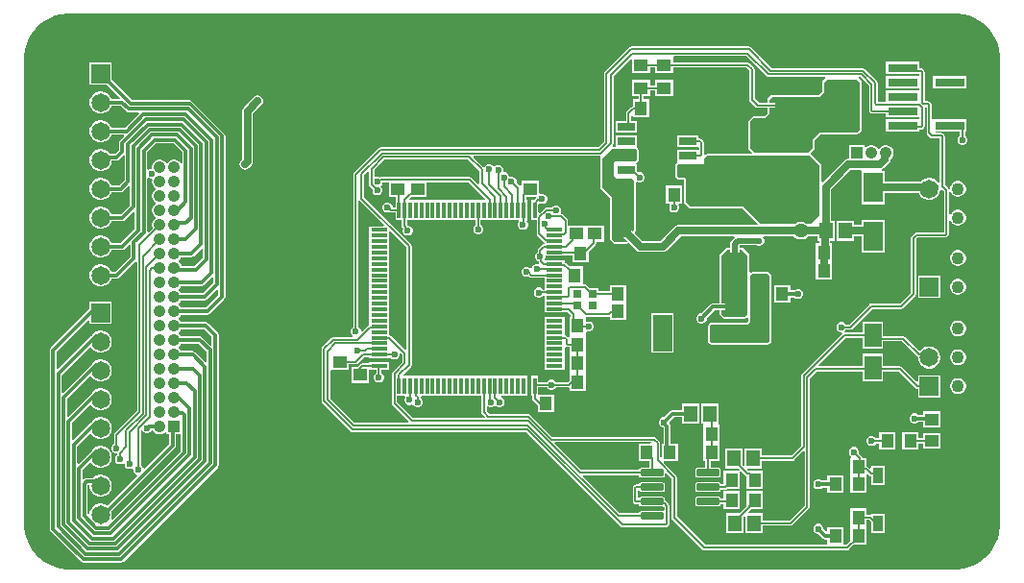
<source format=gtl>
G04*
G04 #@! TF.GenerationSoftware,Altium Limited,Altium Designer,23.3.1 (30)*
G04*
G04 Layer_Physical_Order=1*
G04 Layer_Color=255*
%FSLAX24Y24*%
%MOIN*%
G70*
G04*
G04 #@! TF.SameCoordinates,0EE62ADF-7674-4DCD-90CA-8C9100EC0EC2*
G04*
G04*
G04 #@! TF.FilePolarity,Positive*
G04*
G01*
G75*
%ADD18C,0.0200*%
%ADD19C,0.0060*%
%ADD20R,0.0500X0.0449*%
%ADD21R,0.0449X0.0500*%
%ADD22R,0.0581X0.0118*%
%ADD23R,0.0118X0.0581*%
%ADD24R,0.0630X0.1260*%
%ADD25R,0.0354X0.0551*%
%ADD26R,0.0689X0.1043*%
%ADD27R,0.0591X0.0835*%
%ADD28R,0.1008X0.1358*%
%ADD29R,0.0600X0.0276*%
%ADD30R,0.0472X0.0579*%
%ADD31R,0.0492X0.0433*%
%ADD32R,0.1043X0.0291*%
G04:AMPARAMS|DCode=33|XSize=77.6mil|YSize=23.6mil|CornerRadius=3mil|HoleSize=0mil|Usage=FLASHONLY|Rotation=0.000|XOffset=0mil|YOffset=0mil|HoleType=Round|Shape=RoundedRectangle|*
%AMROUNDEDRECTD33*
21,1,0.0776,0.0177,0,0,0.0*
21,1,0.0717,0.0236,0,0,0.0*
1,1,0.0059,0.0358,-0.0089*
1,1,0.0059,-0.0358,-0.0089*
1,1,0.0059,-0.0358,0.0089*
1,1,0.0059,0.0358,0.0089*
%
%ADD33ROUNDEDRECTD33*%
%ADD34R,0.0650X0.1260*%
%ADD35R,0.0650X0.0374*%
%ADD36R,0.0295X0.0276*%
%ADD37R,0.1378X0.0925*%
%ADD62C,0.0250*%
%ADD63C,0.0120*%
%ADD64C,0.0650*%
%ADD65R,0.0650X0.0650*%
%ADD66C,0.0413*%
%ADD67R,0.0413X0.0413*%
%ADD68R,0.0413X0.0413*%
%ADD69C,0.0433*%
%ADD70C,0.0236*%
%ADD71C,0.0500*%
G36*
X32594Y19267D02*
X32793Y19213D01*
X32984Y19134D01*
X33163Y19031D01*
X33327Y18906D01*
X33473Y18760D01*
X33598Y18596D01*
X33701Y18417D01*
X33780Y18226D01*
X33834Y18027D01*
X33861Y17822D01*
Y17719D01*
Y1577D01*
Y1474D01*
X33834Y1269D01*
X33780Y1070D01*
X33701Y879D01*
X33598Y701D01*
X33473Y537D01*
X33327Y391D01*
X33163Y265D01*
X32984Y162D01*
X32793Y83D01*
X32594Y29D01*
X32389Y3D01*
X1474D01*
X1269Y29D01*
X1070Y83D01*
X879Y162D01*
X701Y265D01*
X537Y391D01*
X391Y537D01*
X265Y701D01*
X162Y879D01*
X83Y1070D01*
X29Y1269D01*
X3Y1474D01*
Y1577D01*
Y17719D01*
Y17822D01*
X29Y18027D01*
X83Y18226D01*
X162Y18417D01*
X265Y18596D01*
X391Y18760D01*
X537Y18906D01*
X701Y19031D01*
X879Y19134D01*
X1070Y19213D01*
X1269Y19267D01*
X1474Y19294D01*
X32389D01*
X32594Y19267D01*
D02*
G37*
%LPC*%
G36*
X32698Y17105D02*
X31536D01*
Y16695D01*
X32698D01*
Y17105D01*
D02*
G37*
G36*
X3034Y17584D02*
X2266D01*
Y16816D01*
X2862D01*
X3311Y16368D01*
X3292Y16321D01*
X3015D01*
X3008Y16348D01*
X2957Y16436D01*
X2886Y16507D01*
X2798Y16558D01*
X2701Y16584D01*
X2599D01*
X2502Y16558D01*
X2414Y16507D01*
X2343Y16436D01*
X2292Y16348D01*
X2266Y16251D01*
Y16149D01*
X2292Y16052D01*
X2343Y15964D01*
X2414Y15893D01*
X2502Y15842D01*
X2599Y15816D01*
X2701D01*
X2798Y15842D01*
X2886Y15893D01*
X2957Y15964D01*
X3008Y16052D01*
X3015Y16079D01*
X3347D01*
X3540Y15885D01*
X3540Y15885D01*
X3579Y15859D01*
X3626Y15850D01*
X3626Y15850D01*
X3959D01*
X3978Y15803D01*
X3496Y15321D01*
X3015D01*
X3008Y15348D01*
X2957Y15436D01*
X2886Y15507D01*
X2798Y15558D01*
X2701Y15584D01*
X2599D01*
X2502Y15558D01*
X2414Y15507D01*
X2343Y15436D01*
X2292Y15348D01*
X2266Y15251D01*
Y15149D01*
X2292Y15052D01*
X2343Y14964D01*
X2414Y14893D01*
X2502Y14842D01*
X2599Y14816D01*
X2701D01*
X2798Y14842D01*
X2886Y14893D01*
X2957Y14964D01*
X3008Y15052D01*
X3015Y15079D01*
X3442D01*
X3461Y15032D01*
X3314Y14886D01*
X3288Y14846D01*
X3279Y14800D01*
X3279Y14800D01*
Y14550D01*
X3151Y14423D01*
X2965D01*
X2957Y14436D01*
X2886Y14507D01*
X2798Y14558D01*
X2701Y14584D01*
X2599D01*
X2502Y14558D01*
X2414Y14507D01*
X2343Y14436D01*
X2292Y14348D01*
X2266Y14251D01*
Y14149D01*
X2292Y14052D01*
X2343Y13964D01*
X2414Y13893D01*
X2502Y13842D01*
X2599Y13816D01*
X2701D01*
X2798Y13842D01*
X2886Y13893D01*
X2957Y13964D01*
X3008Y14052D01*
X3034Y14149D01*
Y14180D01*
X3201D01*
X3201Y14180D01*
X3248Y14189D01*
X3287Y14216D01*
X3432Y14361D01*
X3479Y14342D01*
Y13500D01*
X3300Y13321D01*
X3015D01*
X3008Y13348D01*
X2957Y13436D01*
X2886Y13507D01*
X2798Y13558D01*
X2701Y13584D01*
X2599D01*
X2502Y13558D01*
X2414Y13507D01*
X2343Y13436D01*
X2292Y13348D01*
X2266Y13251D01*
Y13149D01*
X2292Y13052D01*
X2343Y12964D01*
X2414Y12893D01*
X2502Y12842D01*
X2599Y12816D01*
X2701D01*
X2798Y12842D01*
X2886Y12893D01*
X2957Y12964D01*
X3008Y13052D01*
X3015Y13079D01*
X3350D01*
X3350Y13079D01*
X3396Y13088D01*
X3436Y13114D01*
X3611Y13290D01*
X3658Y13271D01*
Y12629D01*
X3350Y12321D01*
X3015D01*
X3008Y12348D01*
X2957Y12436D01*
X2886Y12507D01*
X2798Y12558D01*
X2701Y12584D01*
X2599D01*
X2502Y12558D01*
X2414Y12507D01*
X2343Y12436D01*
X2292Y12348D01*
X2266Y12251D01*
Y12149D01*
X2292Y12052D01*
X2343Y11964D01*
X2414Y11893D01*
X2502Y11842D01*
X2599Y11816D01*
X2701D01*
X2798Y11842D01*
X2886Y11893D01*
X2957Y11964D01*
X3008Y12052D01*
X3015Y12079D01*
X3400D01*
X3400Y12079D01*
X3446Y12088D01*
X3486Y12114D01*
X3791Y12419D01*
X3837Y12400D01*
Y11808D01*
X3350Y11321D01*
X3015D01*
X3008Y11348D01*
X2957Y11436D01*
X2886Y11507D01*
X2798Y11558D01*
X2701Y11584D01*
X2599D01*
X2502Y11558D01*
X2414Y11507D01*
X2343Y11436D01*
X2292Y11348D01*
X2266Y11251D01*
Y11149D01*
X2292Y11052D01*
X2343Y10964D01*
X2414Y10893D01*
X2502Y10842D01*
X2599Y10816D01*
X2701D01*
X2798Y10842D01*
X2886Y10893D01*
X2957Y10964D01*
X3008Y11052D01*
X3015Y11079D01*
X3400D01*
X3400Y11079D01*
X3446Y11088D01*
X3486Y11114D01*
X3632Y11261D01*
X3679Y11242D01*
Y10850D01*
X3150Y10321D01*
X3015D01*
X3008Y10348D01*
X2957Y10436D01*
X2886Y10507D01*
X2798Y10558D01*
X2701Y10584D01*
X2599D01*
X2502Y10558D01*
X2414Y10507D01*
X2343Y10436D01*
X2292Y10348D01*
X2266Y10251D01*
Y10149D01*
X2292Y10052D01*
X2343Y9964D01*
X2414Y9893D01*
X2502Y9842D01*
X2599Y9816D01*
X2701D01*
X2798Y9842D01*
X2886Y9893D01*
X2957Y9964D01*
X3008Y10052D01*
X3015Y10079D01*
X3200D01*
X3200Y10079D01*
X3246Y10088D01*
X3286Y10114D01*
X3859Y10688D01*
X3909Y10667D01*
Y5486D01*
X3136Y4712D01*
X3116Y4683D01*
X3109Y4648D01*
Y4354D01*
X3100Y4350D01*
X3050Y4300D01*
X3023Y4235D01*
Y4165D01*
X3050Y4100D01*
X3100Y4050D01*
X3165Y4023D01*
X3229D01*
Y3974D01*
X3219Y3969D01*
X3169Y3919D01*
X3142Y3854D01*
Y3784D01*
X3169Y3719D01*
X3219Y3669D01*
X3284Y3642D01*
X3354D01*
X3419Y3669D01*
X3423Y3672D01*
X3473Y3652D01*
Y3615D01*
X3500Y3550D01*
X3550Y3500D01*
X3615Y3473D01*
X3685D01*
X3723Y3488D01*
X3773Y3457D01*
Y3431D01*
X3800Y3366D01*
X3850Y3316D01*
X3902Y3294D01*
X3921Y3243D01*
X2886Y2207D01*
X2798Y2258D01*
X2701Y2284D01*
X2599D01*
X2502Y2258D01*
X2414Y2207D01*
X2343Y2136D01*
X2292Y2048D01*
X2266Y1951D01*
Y1930D01*
X2216Y1904D01*
X2196Y1920D01*
Y2917D01*
X2266D01*
Y2849D01*
X2292Y2752D01*
X2343Y2664D01*
X2414Y2593D01*
X2502Y2542D01*
X2599Y2516D01*
X2701D01*
X2798Y2542D01*
X2886Y2593D01*
X2957Y2664D01*
X3008Y2752D01*
X3034Y2849D01*
Y2951D01*
X3008Y3048D01*
X2957Y3136D01*
X2886Y3207D01*
X2798Y3258D01*
X2701Y3284D01*
X2599D01*
X2502Y3258D01*
X2414Y3207D01*
X2367Y3159D01*
X2145D01*
X2145Y3159D01*
X2098Y3150D01*
X2067Y3129D01*
X2033Y3139D01*
X2017Y3149D01*
Y3445D01*
X2275Y3703D01*
X2324Y3696D01*
X2343Y3664D01*
X2414Y3593D01*
X2502Y3542D01*
X2599Y3516D01*
X2701D01*
X2798Y3542D01*
X2886Y3593D01*
X2957Y3664D01*
X3008Y3752D01*
X3034Y3849D01*
Y3951D01*
X3008Y4048D01*
X2957Y4136D01*
X2886Y4207D01*
X2798Y4258D01*
X2701Y4284D01*
X2599D01*
X2502Y4258D01*
X2414Y4207D01*
X2343Y4136D01*
X2314Y4086D01*
X1884Y3655D01*
X1838Y3675D01*
Y4266D01*
X2275Y4703D01*
X2324Y4696D01*
X2343Y4664D01*
X2414Y4593D01*
X2502Y4542D01*
X2599Y4516D01*
X2701D01*
X2798Y4542D01*
X2886Y4593D01*
X2957Y4664D01*
X3008Y4752D01*
X3034Y4849D01*
Y4951D01*
X3008Y5048D01*
X2957Y5136D01*
X2886Y5207D01*
X2798Y5258D01*
X2701Y5284D01*
X2599D01*
X2502Y5258D01*
X2414Y5207D01*
X2343Y5136D01*
X2314Y5086D01*
X1705Y4476D01*
X1659Y4496D01*
Y5087D01*
X2275Y5703D01*
X2324Y5696D01*
X2343Y5664D01*
X2414Y5593D01*
X2502Y5542D01*
X2599Y5516D01*
X2701D01*
X2798Y5542D01*
X2886Y5593D01*
X2957Y5664D01*
X3008Y5752D01*
X3034Y5849D01*
Y5951D01*
X3008Y6048D01*
X2957Y6136D01*
X2886Y6207D01*
X2798Y6258D01*
X2701Y6284D01*
X2599D01*
X2502Y6258D01*
X2414Y6207D01*
X2343Y6136D01*
X2314Y6086D01*
X1526Y5297D01*
X1479Y5316D01*
Y5908D01*
X2275Y6703D01*
X2324Y6696D01*
X2343Y6664D01*
X2414Y6593D01*
X2502Y6542D01*
X2599Y6516D01*
X2701D01*
X2798Y6542D01*
X2886Y6593D01*
X2957Y6664D01*
X3008Y6752D01*
X3034Y6849D01*
Y6951D01*
X3008Y7048D01*
X2957Y7136D01*
X2886Y7207D01*
X2798Y7258D01*
X2701Y7284D01*
X2599D01*
X2502Y7258D01*
X2414Y7207D01*
X2343Y7136D01*
X2314Y7086D01*
X1347Y6118D01*
X1300Y6137D01*
Y6729D01*
X2275Y7703D01*
X2324Y7696D01*
X2343Y7664D01*
X2414Y7593D01*
X2502Y7542D01*
X2599Y7516D01*
X2701D01*
X2798Y7542D01*
X2886Y7593D01*
X2957Y7664D01*
X3008Y7752D01*
X3034Y7849D01*
Y7951D01*
X3008Y8048D01*
X2957Y8136D01*
X2886Y8207D01*
X2798Y8258D01*
X2701Y8284D01*
X2599D01*
X2502Y8258D01*
X2414Y8207D01*
X2343Y8136D01*
X2314Y8086D01*
X1168Y6939D01*
X1121Y6958D01*
Y7550D01*
X2220Y8648D01*
X2266Y8629D01*
Y8516D01*
X3034D01*
Y9284D01*
X2266D01*
Y9038D01*
X914Y7686D01*
X888Y7646D01*
X879Y7600D01*
X879Y7600D01*
Y1400D01*
X879Y1400D01*
X888Y1354D01*
X914Y1314D01*
X1964Y264D01*
X1964Y264D01*
X2004Y238D01*
X2050Y229D01*
X2050Y229D01*
X3369D01*
X3369Y229D01*
X3416Y238D01*
X3455Y264D01*
X6710Y3519D01*
X6710Y3519D01*
X6736Y3559D01*
X6746Y3605D01*
Y8126D01*
X6746Y8126D01*
X6736Y8172D01*
X6710Y8212D01*
X6710Y8212D01*
X6386Y8536D01*
X6346Y8562D01*
X6300Y8571D01*
X6300Y8571D01*
X5437D01*
X5413Y8613D01*
X5363Y8663D01*
X5348Y8671D01*
Y8729D01*
X5363Y8737D01*
X5413Y8787D01*
X5437Y8829D01*
X6350D01*
X6350Y8829D01*
X6396Y8838D01*
X6436Y8864D01*
X6939Y9368D01*
X6939Y9368D01*
X6966Y9407D01*
X6975Y9453D01*
X6975Y9453D01*
Y15047D01*
X6975Y15047D01*
X6966Y15093D01*
X6939Y15132D01*
X6939Y15132D01*
X5836Y16236D01*
X5796Y16262D01*
X5750Y16271D01*
X5750Y16271D01*
X3750D01*
X3034Y16988D01*
Y17584D01*
D02*
G37*
G36*
X25150Y18141D02*
X21050D01*
X21015Y18134D01*
X20986Y18114D01*
X20136Y17264D01*
X20116Y17235D01*
X20109Y17200D01*
Y14838D01*
X19914Y14642D01*
X12351D01*
X12316Y14635D01*
X12287Y14615D01*
X11436Y13764D01*
X11416Y13735D01*
X11409Y13700D01*
Y8404D01*
X11400Y8400D01*
X11350Y8350D01*
X11323Y8285D01*
Y8215D01*
X11350Y8150D01*
X11399Y8100D01*
X11399Y8097D01*
X11388Y8050D01*
X10710D01*
X10675Y8043D01*
X10645Y8024D01*
X10336Y7714D01*
X10316Y7685D01*
X10309Y7650D01*
Y5850D01*
X10316Y5815D01*
X10336Y5786D01*
X11336Y4786D01*
X11365Y4766D01*
X11400Y4759D01*
X17407D01*
X20681Y1486D01*
X20710Y1466D01*
X20745Y1459D01*
X22265D01*
X22300Y1466D01*
X22329Y1486D01*
X22364Y1521D01*
X22384Y1550D01*
X22391Y1585D01*
Y2200D01*
X22384Y2235D01*
X22364Y2264D01*
X22276Y2352D01*
X22246Y2372D01*
X22226Y2376D01*
Y2439D01*
X22219Y2473D01*
X22200Y2502D01*
X22170Y2522D01*
X22136Y2529D01*
X21419D01*
X21385Y2522D01*
X21355Y2502D01*
X21341Y2481D01*
X21309Y2482D01*
X21291Y2489D01*
Y2711D01*
X21309Y2718D01*
X21341Y2719D01*
X21355Y2698D01*
X21385Y2678D01*
X21419Y2671D01*
X22136D01*
X22170Y2678D01*
X22200Y2698D01*
X22219Y2727D01*
X22226Y2761D01*
Y2939D01*
X22219Y2973D01*
X22200Y3002D01*
X22170Y3022D01*
X22136Y3029D01*
X21419D01*
X21385Y3022D01*
X21355Y3002D01*
X21336Y2973D01*
X21329Y2941D01*
X21235D01*
X21200Y2934D01*
X21171Y2914D01*
X21136Y2879D01*
X21116Y2850D01*
X21109Y2815D01*
Y2385D01*
X21116Y2350D01*
X21136Y2321D01*
X21171Y2286D01*
X21200Y2266D01*
X21235Y2259D01*
X21329D01*
X21336Y2227D01*
X21355Y2198D01*
X21385Y2178D01*
X21419Y2171D01*
X22136D01*
X22165Y2177D01*
X22189Y2161D01*
X22209Y2144D01*
Y2056D01*
X22195Y2044D01*
X22159Y2024D01*
X22136Y2029D01*
X21419D01*
X21385Y2022D01*
X21355Y2002D01*
X21336Y1973D01*
X21329Y1941D01*
X20651D01*
X19379Y3213D01*
X19398Y3259D01*
X21329D01*
X21336Y3227D01*
X21355Y3198D01*
X21385Y3178D01*
X21419Y3171D01*
X22136D01*
X22170Y3178D01*
X22200Y3198D01*
X22219Y3227D01*
X22226Y3261D01*
Y3330D01*
X22272Y3349D01*
X22459Y3162D01*
Y1800D01*
X22466Y1765D01*
X22486Y1736D01*
X23536Y686D01*
X23565Y666D01*
X23600Y659D01*
X28550D01*
X28584Y666D01*
X28614Y686D01*
X28769Y841D01*
X29233D01*
Y1459D01*
X29233D01*
X29233Y1491D01*
X29233D01*
X29233Y1509D01*
Y1709D01*
X29312D01*
X29384Y1637D01*
Y1265D01*
X29857D01*
Y1935D01*
X29384D01*
Y1919D01*
X29350Y1891D01*
X29233D01*
Y2109D01*
X28666D01*
Y1491D01*
X28666D01*
X28666Y1459D01*
X28666D01*
X28666Y1441D01*
Y995D01*
X28665Y994D01*
X28512Y841D01*
X28484D01*
X28434Y841D01*
X28434Y891D01*
Y1459D01*
X27867D01*
Y1325D01*
X27817Y1305D01*
X27727Y1394D01*
Y1435D01*
X27700Y1500D01*
X27650Y1550D01*
X27585Y1577D01*
X27515D01*
X27450Y1550D01*
X27400Y1500D01*
X27373Y1435D01*
Y1365D01*
X27400Y1300D01*
X27450Y1250D01*
X27515Y1223D01*
X27555D01*
X27714Y1064D01*
X27714Y1064D01*
X27754Y1038D01*
X27800Y1029D01*
X27867D01*
X27867Y841D01*
X27817Y841D01*
X23638D01*
X22641Y1838D01*
Y3200D01*
X22634Y3235D01*
X22614Y3264D01*
X22184Y3695D01*
X22203Y3741D01*
X22683D01*
Y4359D01*
X22421D01*
Y4969D01*
X22412Y5015D01*
X22386Y5054D01*
X22386Y5054D01*
X22377Y5064D01*
X22377Y5065D01*
Y5106D01*
X22550Y5279D01*
X22816D01*
Y5052D01*
X23407D01*
Y5748D01*
X22816D01*
Y5521D01*
X22500D01*
X22500Y5521D01*
X22454Y5512D01*
X22414Y5486D01*
X22206Y5277D01*
X22165D01*
X22100Y5250D01*
X22050Y5200D01*
X22023Y5135D01*
Y5065D01*
X22050Y5000D01*
X22100Y4950D01*
X22165Y4923D01*
X22174D01*
X22179Y4918D01*
Y4359D01*
X22116D01*
Y3887D01*
X22066Y3861D01*
X22066Y3861D01*
Y4375D01*
X22059Y4410D01*
X22039Y4439D01*
X21914Y4564D01*
X21885Y4584D01*
X21850Y4591D01*
X18338D01*
X17564Y5364D01*
X17535Y5384D01*
X17500Y5391D01*
X16138D01*
X16041Y5488D01*
Y5638D01*
X16091Y5659D01*
X16100Y5650D01*
X16165Y5623D01*
X16235D01*
X16300Y5650D01*
X16348Y5697D01*
X16395Y5650D01*
X16460Y5623D01*
X16531D01*
X16596Y5650D01*
X16645Y5700D01*
X16672Y5765D01*
Y5835D01*
X16645Y5900D01*
X16596Y5950D01*
X16549Y5969D01*
X16559Y6019D01*
X17440D01*
Y6718D01*
X13162D01*
X13143Y6765D01*
X13414Y7036D01*
X13434Y7065D01*
X13441Y7100D01*
Y11210D01*
X13434Y11245D01*
X13414Y11274D01*
X11791Y12898D01*
Y13677D01*
X11913Y13799D01*
X11959Y13780D01*
Y13350D01*
X11966Y13315D01*
X11986Y13286D01*
X12077Y13195D01*
X12073Y13185D01*
Y13115D01*
X12100Y13050D01*
X12150Y13000D01*
X12215Y12973D01*
X12285D01*
X12350Y13000D01*
X12400Y13050D01*
X12427Y13115D01*
Y13185D01*
X12400Y13250D01*
X12356Y13294D01*
X12358Y13300D01*
X12407Y13350D01*
X12434Y13415D01*
Y13423D01*
X12641D01*
Y12917D01*
X12901D01*
Y12811D01*
X12873D01*
Y12553D01*
X12777D01*
Y12585D01*
X12750Y12650D01*
X12700Y12700D01*
X12635Y12727D01*
X12565D01*
X12500Y12700D01*
X12450Y12650D01*
X12423Y12585D01*
Y12515D01*
X12450Y12450D01*
X12500Y12400D01*
X12565Y12373D01*
X12635D01*
X12681Y12392D01*
X12701Y12378D01*
X12736Y12371D01*
X12873D01*
Y12112D01*
X13097D01*
Y11910D01*
X13104Y11875D01*
X13124Y11845D01*
X13141Y11829D01*
X13123Y11785D01*
Y11715D01*
X13150Y11650D01*
X13200Y11600D01*
X13265Y11573D01*
X13335D01*
X13400Y11600D01*
X13450Y11650D01*
X13477Y11715D01*
Y11785D01*
X13450Y11850D01*
X13400Y11900D01*
X13335Y11927D01*
X13299D01*
X13279Y11947D01*
Y12112D01*
X15658D01*
Y11954D01*
X15650Y11950D01*
X15600Y11900D01*
X15573Y11835D01*
Y11765D01*
X15600Y11700D01*
X15650Y11650D01*
X15715Y11623D01*
X15785D01*
X15850Y11650D01*
X15900Y11700D01*
X15927Y11765D01*
Y11835D01*
X15900Y11900D01*
X15850Y11950D01*
X15839Y11955D01*
Y12112D01*
X17141D01*
X17162Y12062D01*
X17150Y12050D01*
X17123Y11985D01*
Y11915D01*
X17150Y11850D01*
X17200Y11800D01*
X17265Y11773D01*
X17335D01*
X17400Y11800D01*
X17450Y11850D01*
X17477Y11915D01*
Y11985D01*
X17450Y12050D01*
X17438Y12062D01*
X17440Y12112D01*
X17440D01*
Y12811D01*
X17413D01*
Y12917D01*
X17742D01*
X17761Y12867D01*
X17705Y12811D01*
X17598D01*
Y12112D01*
X17773D01*
Y11641D01*
X17780Y11607D01*
X17800Y11577D01*
X18028Y11349D01*
X18051Y11334D01*
Y11278D01*
X18037D01*
X18002Y11271D01*
X17973Y11251D01*
X17836Y11114D01*
X17816Y11085D01*
X17809Y11050D01*
Y11004D01*
X17800Y11000D01*
X17750Y10950D01*
X17723Y10885D01*
Y10815D01*
X17750Y10750D01*
X17800Y10700D01*
X17843Y10682D01*
X17850Y10648D01*
X17865Y10626D01*
X17854Y10604D01*
X17834Y10584D01*
X17820Y10590D01*
X17750D01*
X17684Y10563D01*
X17635Y10513D01*
X17612Y10459D01*
X17576Y10445D01*
X17558Y10443D01*
X17534Y10466D01*
X17469Y10493D01*
X17399D01*
X17334Y10466D01*
X17284Y10416D01*
X17257Y10351D01*
Y10281D01*
X17284Y10216D01*
X17334Y10166D01*
X17399Y10139D01*
X17469D01*
X17513Y10157D01*
X17531Y10139D01*
X17560Y10119D01*
X17595Y10112D01*
X18051D01*
Y9697D01*
X18002D01*
X18000Y9700D01*
X17950Y9750D01*
X17885Y9777D01*
X17815D01*
X17750Y9750D01*
X17700Y9700D01*
X17673Y9635D01*
Y9565D01*
X17700Y9500D01*
X17750Y9450D01*
X17815Y9423D01*
X17885D01*
X17950Y9450D01*
X18000Y9500D01*
X18001Y9501D01*
X18051Y9494D01*
Y9297D01*
Y8904D01*
X18749D01*
Y8931D01*
X18841D01*
X18954Y8817D01*
Y8759D01*
X18917D01*
Y8159D01*
X18917Y8141D01*
X18917Y8091D01*
Y8081D01*
X18883Y8065D01*
X18867Y8064D01*
X18829Y8102D01*
X18799Y8121D01*
X18765Y8128D01*
X18749D01*
Y8313D01*
Y8746D01*
X18051D01*
Y8510D01*
Y8116D01*
Y7722D01*
Y7329D01*
Y6935D01*
X18749D01*
Y7329D01*
Y7695D01*
X18799Y7721D01*
X18807Y7716D01*
X18842Y7709D01*
X18917D01*
Y7491D01*
X18917D01*
Y7459D01*
X18917D01*
Y6841D01*
X18917D01*
Y6809D01*
X18917D01*
Y6545D01*
X18916Y6544D01*
X18863Y6491D01*
X18454D01*
X18450Y6500D01*
X18400Y6550D01*
X18335Y6577D01*
X18265D01*
X18200Y6550D01*
X18150Y6500D01*
X18146Y6491D01*
X17834D01*
Y6718D01*
X17598D01*
Y6019D01*
X17625D01*
Y5910D01*
X17632Y5875D01*
X17652Y5846D01*
X17817Y5681D01*
Y5441D01*
X18384D01*
Y6059D01*
X17834D01*
Y6309D01*
X18146D01*
X18150Y6300D01*
X18200Y6250D01*
X18265Y6223D01*
X18335D01*
X18400Y6250D01*
X18450Y6300D01*
X18454Y6309D01*
X18900D01*
X18917Y6296D01*
Y6191D01*
X19484D01*
Y6809D01*
X19484D01*
Y6841D01*
X19484D01*
Y7459D01*
X19484D01*
Y7491D01*
X19484D01*
Y8091D01*
X19484Y8109D01*
X19483Y8159D01*
Y8227D01*
X19525Y8254D01*
X19546Y8246D01*
X19616D01*
X19681Y8273D01*
X19731Y8323D01*
X19758Y8388D01*
Y8458D01*
X19731Y8523D01*
X19681Y8573D01*
X19616Y8600D01*
X19546D01*
X19525Y8592D01*
X19483Y8620D01*
Y8711D01*
X19497Y8759D01*
X19533Y8759D01*
X20300D01*
X20317Y8746D01*
Y8641D01*
X20884D01*
Y9241D01*
Y9859D01*
X20317D01*
Y9638D01*
X19922D01*
Y9744D01*
X19637D01*
X19524Y9857D01*
X19495Y9877D01*
X19460Y9884D01*
X19431D01*
X19384Y9891D01*
Y10509D01*
X18919D01*
X18794Y10634D01*
X18765Y10654D01*
X18749Y10657D01*
Y10715D01*
X18086D01*
X18076Y10724D01*
X18056Y10765D01*
X18077Y10815D01*
Y10872D01*
X18749D01*
Y10899D01*
X19017D01*
Y10641D01*
X19584D01*
Y11031D01*
X19814Y11261D01*
X19834Y11291D01*
X19841Y11326D01*
Y11367D01*
X20109D01*
Y11934D01*
X19509D01*
X19491Y11934D01*
Y11934D01*
X19459Y11933D01*
Y11933D01*
X18870D01*
Y12093D01*
X18863Y12127D01*
X18844Y12157D01*
X18693Y12307D01*
X18664Y12327D01*
X18646Y12330D01*
X18619Y12367D01*
X18614Y12384D01*
X18627Y12415D01*
Y12485D01*
X18600Y12550D01*
X18550Y12600D01*
X18485Y12627D01*
X18415D01*
X18350Y12600D01*
X18300Y12550D01*
X18299Y12548D01*
X18114D01*
X18079Y12541D01*
X18050Y12521D01*
X17880Y12351D01*
X17834Y12371D01*
Y12663D01*
X17841Y12671D01*
X17879Y12694D01*
X17931Y12673D01*
X18002D01*
X18067Y12700D01*
X18117Y12750D01*
X18144Y12815D01*
Y12885D01*
X18117Y12950D01*
X18067Y13000D01*
X18002Y13027D01*
X17931D01*
X17909Y13018D01*
X17859Y13051D01*
Y13484D01*
X17241D01*
Y13305D01*
X17191Y13289D01*
X17189Y13292D01*
X17074Y13407D01*
X17077Y13415D01*
Y13485D01*
X17050Y13550D01*
X17000Y13600D01*
X16935Y13627D01*
X16865D01*
X16817Y13654D01*
X16797Y13702D01*
X16747Y13752D01*
X16682Y13779D01*
X16656D01*
X16617Y13815D01*
Y13885D01*
X16590Y13950D01*
X16540Y14000D01*
X16475Y14027D01*
X16404D01*
X16339Y14000D01*
X16310Y13971D01*
X16281Y13977D01*
X16231Y14027D01*
X16166Y14054D01*
X16095D01*
X16030Y14027D01*
X15980Y13977D01*
X15977Y13970D01*
X15976Y13969D01*
X15919Y13960D01*
X15583Y14295D01*
X15602Y14341D01*
X19980D01*
X19998Y14308D01*
X20004Y14293D01*
X19986Y14250D01*
Y13250D01*
X20005Y13205D01*
X20336Y12874D01*
Y11450D01*
X20355Y11405D01*
X20455Y11305D01*
X20500Y11286D01*
X20894D01*
X20906Y11291D01*
X20919D01*
X20928Y11300D01*
X20939Y11305D01*
X20973Y11314D01*
X20998Y11312D01*
X21242Y11067D01*
X21303Y11027D01*
X21375Y11012D01*
X22150D01*
X22222Y11027D01*
X22283Y11067D01*
X22778Y11562D01*
X24633D01*
X24649Y11522D01*
X24650Y11512D01*
X24535Y11398D01*
X24500Y11345D01*
X24487Y11283D01*
Y11164D01*
X24400D01*
X24355Y11145D01*
X24155Y10945D01*
X24136Y10900D01*
Y9227D01*
X23906D01*
X23906Y9227D01*
X23859Y9218D01*
X23820Y9191D01*
X23820Y9191D01*
X23505Y8877D01*
X23465D01*
X23400Y8850D01*
X23350Y8800D01*
X23323Y8735D01*
Y8665D01*
X23350Y8600D01*
X23400Y8550D01*
X23465Y8523D01*
X23535D01*
X23600Y8550D01*
X23650Y8600D01*
X23677Y8665D01*
Y8705D01*
X23956Y8984D01*
X24136D01*
Y8850D01*
X24155Y8805D01*
X24255Y8705D01*
X24300Y8686D01*
X25000D01*
X25045Y8705D01*
X25090Y8749D01*
X25136Y8730D01*
Y8626D01*
X25074Y8564D01*
X23850Y8564D01*
X23805Y8545D01*
X23755Y8495D01*
X23736Y8450D01*
Y7900D01*
X23755Y7855D01*
X23805Y7805D01*
X23850Y7786D01*
X25800Y7786D01*
X25845Y7805D01*
X25895Y7855D01*
X25914Y7900D01*
Y10200D01*
X25895Y10245D01*
X25845Y10295D01*
X25800Y10314D01*
X25250D01*
X25214Y10299D01*
X25164Y10320D01*
Y10900D01*
X25145Y10945D01*
X24945Y11145D01*
X24900Y11164D01*
X24812D01*
Y11216D01*
X24834Y11238D01*
X25429D01*
X25465Y11223D01*
X25535D01*
X25600Y11250D01*
X25650Y11300D01*
X25677Y11365D01*
Y11435D01*
X25650Y11500D01*
X25638Y11512D01*
X25659Y11562D01*
X26701D01*
X26703Y11560D01*
X26760Y11503D01*
X26831Y11462D01*
X26909Y11441D01*
X26991D01*
X27069Y11462D01*
X27140Y11503D01*
X27197Y11560D01*
X27199Y11562D01*
X27516D01*
Y11402D01*
X27593D01*
Y11309D01*
X27467D01*
Y10691D01*
X27467D01*
Y10659D01*
X27467D01*
Y10041D01*
X28034D01*
Y10659D01*
X28034D01*
Y10691D01*
X28034D01*
Y11309D01*
X27969D01*
Y11402D01*
X28107D01*
Y12098D01*
X27999D01*
Y13184D01*
X28678Y13862D01*
X29011D01*
X29046Y13827D01*
Y12666D01*
X29854D01*
Y13062D01*
X31039D01*
X31042Y13052D01*
X31093Y12964D01*
X31164Y12893D01*
X31252Y12842D01*
X31349Y12816D01*
X31451D01*
X31548Y12842D01*
X31636Y12893D01*
X31707Y12964D01*
X31758Y13052D01*
X31784Y13149D01*
Y13170D01*
X31834Y13190D01*
X31909Y13115D01*
Y11691D01*
X30950D01*
X30915Y11684D01*
X30886Y11664D01*
X30786Y11564D01*
X30766Y11535D01*
X30759Y11500D01*
Y9588D01*
X30387Y9216D01*
X29374D01*
X29339Y9209D01*
X29310Y9189D01*
X28611Y8491D01*
X28504D01*
X28500Y8500D01*
X28450Y8550D01*
X28385Y8577D01*
X28315D01*
X28250Y8550D01*
X28200Y8500D01*
X28173Y8435D01*
Y8365D01*
X28200Y8300D01*
X28250Y8250D01*
X28315Y8223D01*
X28357D01*
X28368Y8207D01*
X28376Y8173D01*
X26986Y6783D01*
X26966Y6753D01*
X26959Y6718D01*
Y4288D01*
X26612Y3941D01*
X25584D01*
Y4198D01*
X24993D01*
Y3609D01*
X24947Y3590D01*
X24907Y3630D01*
Y4198D01*
X24316D01*
Y3502D01*
X24778D01*
X24821Y3459D01*
X24800Y3409D01*
X24267D01*
Y2941D01*
X24171D01*
X24164Y2973D01*
X24145Y3002D01*
X24115Y3022D01*
X24081Y3029D01*
X23364D01*
X23330Y3022D01*
X23300Y3002D01*
X23281Y2973D01*
X23274Y2939D01*
Y2761D01*
X23281Y2727D01*
X23300Y2698D01*
X23330Y2678D01*
X23364Y2671D01*
X24081D01*
X24115Y2678D01*
X24145Y2698D01*
X24164Y2727D01*
X24171Y2759D01*
X24326D01*
X24361Y2766D01*
X24390Y2786D01*
X24395Y2791D01*
X24834D01*
Y3375D01*
X24884Y3396D01*
X25024Y3256D01*
X25054Y3236D01*
X25066Y3234D01*
Y2791D01*
X25633D01*
Y3409D01*
X25164D01*
X25155Y3411D01*
X25126D01*
X25081Y3455D01*
X25100Y3502D01*
X25584D01*
Y3759D01*
X26650D01*
X26685Y3766D01*
X26714Y3786D01*
X27032Y4104D01*
X27078Y4085D01*
Y2207D01*
X26562Y1691D01*
X25622D01*
Y1948D01*
X25139D01*
X25120Y1995D01*
X25216Y2091D01*
X25633D01*
Y2709D01*
X25066D01*
Y2214D01*
X25064Y2206D01*
Y2196D01*
X24817Y1948D01*
X24355D01*
Y1252D01*
X24945D01*
Y1820D01*
X24986Y1860D01*
X25032Y1841D01*
Y1252D01*
X25622D01*
Y1509D01*
X26600D01*
X26635Y1516D01*
X26664Y1536D01*
X27233Y2105D01*
X27253Y2134D01*
X27260Y2169D01*
Y6631D01*
X27488Y6859D01*
X29096D01*
Y6524D01*
X29804D01*
Y6859D01*
X30362D01*
X30936Y6286D01*
X30965Y6266D01*
X31000Y6259D01*
X31016D01*
Y5966D01*
X31784D01*
Y6734D01*
X31016D01*
Y6528D01*
X30970Y6508D01*
X30464Y7014D01*
X30435Y7034D01*
X30400Y7041D01*
X29804D01*
Y7476D01*
X29096D01*
Y7041D01*
X27566D01*
X27547Y7087D01*
X28487Y8027D01*
X29096D01*
Y7641D01*
X29804D01*
Y7909D01*
X30462D01*
X30986Y7386D01*
X31015Y7366D01*
X31016Y7366D01*
Y7299D01*
X31042Y7202D01*
X31093Y7114D01*
X31164Y7043D01*
X31252Y6992D01*
X31349Y6966D01*
X31451D01*
X31548Y6992D01*
X31636Y7043D01*
X31707Y7114D01*
X31758Y7202D01*
X31784Y7299D01*
Y7401D01*
X31758Y7498D01*
X31707Y7586D01*
X31636Y7657D01*
X31548Y7708D01*
X31451Y7734D01*
X31349D01*
X31252Y7708D01*
X31164Y7657D01*
X31093Y7586D01*
X31049Y7580D01*
X30564Y8064D01*
X30535Y8084D01*
X30500Y8091D01*
X29804D01*
Y8594D01*
X29096D01*
Y8208D01*
X28474D01*
X28468Y8219D01*
X28459Y8258D01*
X28500Y8300D01*
X28504Y8309D01*
X28649D01*
X28684Y8316D01*
X28713Y8336D01*
X29411Y9034D01*
X30425D01*
X30460Y9041D01*
X30489Y9061D01*
X30914Y9486D01*
X30934Y9515D01*
X30941Y9550D01*
Y11462D01*
X30988Y11509D01*
X31965D01*
X32000Y11516D01*
X32029Y11536D01*
X32064Y11571D01*
X32084Y11600D01*
X32091Y11635D01*
Y12096D01*
X32141Y12103D01*
X32143Y12094D01*
X32179Y12031D01*
X32231Y11979D01*
X32294Y11943D01*
X32364Y11924D01*
X32436D01*
X32506Y11943D01*
X32569Y11979D01*
X32621Y12031D01*
X32657Y12094D01*
X32676Y12164D01*
Y12236D01*
X32657Y12306D01*
X32621Y12369D01*
X32569Y12421D01*
X32506Y12457D01*
X32436Y12476D01*
X32364D01*
X32294Y12457D01*
X32231Y12421D01*
X32179Y12369D01*
X32143Y12306D01*
X32141Y12297D01*
X32091Y12304D01*
Y13096D01*
X32141Y13103D01*
X32143Y13094D01*
X32179Y13031D01*
X32231Y12979D01*
X32294Y12943D01*
X32364Y12924D01*
X32436D01*
X32506Y12943D01*
X32569Y12979D01*
X32621Y13031D01*
X32657Y13094D01*
X32676Y13164D01*
Y13236D01*
X32657Y13306D01*
X32621Y13369D01*
X32569Y13421D01*
X32506Y13457D01*
X32436Y13476D01*
X32364D01*
X32294Y13457D01*
X32231Y13421D01*
X32179Y13369D01*
X32143Y13306D01*
X32124Y13236D01*
Y13217D01*
X32074Y13202D01*
X32064Y13217D01*
X31941Y13340D01*
Y15015D01*
X31934Y15050D01*
X31914Y15079D01*
X31879Y15114D01*
X31850Y15134D01*
X31815Y15141D01*
X31583D01*
X31580Y15145D01*
X31608Y15195D01*
X32459D01*
Y15054D01*
X32450Y15050D01*
X32400Y15000D01*
X32373Y14935D01*
Y14865D01*
X32400Y14800D01*
X32450Y14750D01*
X32515Y14723D01*
X32585D01*
X32650Y14750D01*
X32700Y14800D01*
X32727Y14865D01*
Y14935D01*
X32700Y15000D01*
X32650Y15050D01*
X32641Y15054D01*
Y15195D01*
X32698D01*
Y15605D01*
X31541D01*
X31536Y15605D01*
X31491Y15616D01*
Y16115D01*
X31484Y16150D01*
X31464Y16179D01*
X31429Y16214D01*
X31400Y16234D01*
X31365Y16241D01*
X31241D01*
Y17266D01*
X31234Y17301D01*
X31214Y17330D01*
X31179Y17365D01*
X31150Y17385D01*
X31115Y17392D01*
X31064D01*
Y17605D01*
X29902D01*
Y17195D01*
X31059D01*
Y17105D01*
X29902D01*
Y16695D01*
X31059D01*
Y16605D01*
X29902D01*
Y16226D01*
X29611D01*
Y16880D01*
X29604Y16915D01*
X29584Y16944D01*
X29164Y17364D01*
X29135Y17384D01*
X29100Y17391D01*
X25938D01*
X25214Y18114D01*
X25185Y18134D01*
X25150Y18141D01*
D02*
G37*
G36*
X8100Y16438D02*
X8028Y16423D01*
X7967Y16383D01*
X7617Y16033D01*
X7577Y15972D01*
X7562Y15900D01*
Y14228D01*
X7517Y14183D01*
X7477Y14122D01*
X7462Y14050D01*
X7477Y13978D01*
X7517Y13917D01*
X7578Y13877D01*
X7650Y13862D01*
X7722Y13877D01*
X7783Y13917D01*
X7883Y14017D01*
X7923Y14078D01*
X7938Y14150D01*
Y15822D01*
X8233Y16117D01*
X8273Y16178D01*
X8288Y16250D01*
X8273Y16322D01*
X8233Y16383D01*
X8172Y16423D01*
X8100Y16438D01*
D02*
G37*
G36*
X29854Y12134D02*
X29046D01*
Y11938D01*
X28784D01*
Y12098D01*
X28193D01*
Y11402D01*
X28784D01*
Y11562D01*
X29046D01*
Y10973D01*
X29854D01*
Y12134D01*
D02*
G37*
G36*
X32436Y11076D02*
X32364D01*
X32294Y11057D01*
X32231Y11021D01*
X32179Y10969D01*
X32143Y10906D01*
X32124Y10836D01*
Y10764D01*
X32143Y10694D01*
X32179Y10631D01*
X32231Y10579D01*
X32294Y10543D01*
X32364Y10524D01*
X32436D01*
X32506Y10543D01*
X32569Y10579D01*
X32621Y10631D01*
X32657Y10694D01*
X32676Y10764D01*
Y10836D01*
X32657Y10906D01*
X32621Y10969D01*
X32569Y11021D01*
X32506Y11057D01*
X32436Y11076D01*
D02*
G37*
G36*
Y10076D02*
X32364D01*
X32294Y10057D01*
X32231Y10021D01*
X32179Y9969D01*
X32143Y9906D01*
X32124Y9836D01*
Y9764D01*
X32143Y9694D01*
X32179Y9631D01*
X32231Y9579D01*
X32294Y9543D01*
X32364Y9524D01*
X32436D01*
X32506Y9543D01*
X32569Y9579D01*
X32621Y9631D01*
X32657Y9694D01*
X32676Y9764D01*
Y9836D01*
X32657Y9906D01*
X32621Y9969D01*
X32569Y10021D01*
X32506Y10057D01*
X32436Y10076D01*
D02*
G37*
G36*
X31784Y10184D02*
X31016D01*
Y9416D01*
X31784D01*
Y10184D01*
D02*
G37*
G36*
X26583Y9859D02*
X26016D01*
Y9241D01*
X26583D01*
Y9429D01*
X26721D01*
X26750Y9400D01*
X26815Y9373D01*
X26885D01*
X26950Y9400D01*
X27000Y9450D01*
X27027Y9515D01*
Y9585D01*
X27000Y9650D01*
X26950Y9700D01*
X26885Y9727D01*
X26815D01*
X26750Y9700D01*
X26721Y9671D01*
X26583D01*
Y9859D01*
D02*
G37*
G36*
X32436Y8626D02*
X32364D01*
X32294Y8607D01*
X32231Y8571D01*
X32179Y8519D01*
X32143Y8456D01*
X32124Y8386D01*
Y8314D01*
X32143Y8244D01*
X32179Y8181D01*
X32231Y8129D01*
X32294Y8093D01*
X32364Y8074D01*
X32436D01*
X32506Y8093D01*
X32569Y8129D01*
X32621Y8181D01*
X32657Y8244D01*
X32676Y8314D01*
Y8386D01*
X32657Y8456D01*
X32621Y8519D01*
X32569Y8571D01*
X32506Y8607D01*
X32436Y8626D01*
D02*
G37*
G36*
X22524Y8889D02*
X21756D01*
Y7511D01*
X22524D01*
Y8889D01*
D02*
G37*
G36*
X32436Y7626D02*
X32364D01*
X32294Y7607D01*
X32231Y7571D01*
X32179Y7519D01*
X32143Y7456D01*
X32124Y7386D01*
Y7314D01*
X32143Y7244D01*
X32179Y7181D01*
X32231Y7129D01*
X32294Y7093D01*
X32364Y7074D01*
X32436D01*
X32506Y7093D01*
X32569Y7129D01*
X32621Y7181D01*
X32657Y7244D01*
X32676Y7314D01*
Y7386D01*
X32657Y7456D01*
X32621Y7519D01*
X32569Y7571D01*
X32506Y7607D01*
X32436Y7626D01*
D02*
G37*
G36*
Y6626D02*
X32364D01*
X32294Y6607D01*
X32231Y6571D01*
X32179Y6519D01*
X32143Y6456D01*
X32124Y6386D01*
Y6314D01*
X32143Y6244D01*
X32179Y6181D01*
X32231Y6129D01*
X32294Y6093D01*
X32364Y6074D01*
X32436D01*
X32506Y6093D01*
X32569Y6129D01*
X32621Y6181D01*
X32657Y6244D01*
X32676Y6314D01*
Y6386D01*
X32657Y6456D01*
X32621Y6519D01*
X32569Y6571D01*
X32506Y6607D01*
X32436Y6626D01*
D02*
G37*
G36*
X31793Y5476D02*
X31182D01*
Y5348D01*
X31023D01*
X30994Y5377D01*
X30929Y5404D01*
X30858D01*
X30793Y5377D01*
X30743Y5327D01*
X30717Y5262D01*
Y5191D01*
X30743Y5126D01*
X30793Y5076D01*
X30858Y5049D01*
X30929D01*
X30994Y5076D01*
X31023Y5105D01*
X31182D01*
Y4924D01*
X31793D01*
Y5476D01*
D02*
G37*
G36*
X30234Y4759D02*
X29667D01*
Y4541D01*
X29554D01*
X29550Y4550D01*
X29500Y4600D01*
X29435Y4627D01*
X29365D01*
X29300Y4600D01*
X29250Y4550D01*
X29223Y4485D01*
Y4415D01*
X29250Y4350D01*
X29300Y4300D01*
X29365Y4273D01*
X29435D01*
X29500Y4300D01*
X29550Y4350D01*
X29554Y4359D01*
X29667D01*
Y4141D01*
X30234D01*
Y4759D01*
D02*
G37*
G36*
X31033D02*
X30466D01*
Y4141D01*
X31033D01*
Y4359D01*
X31182D01*
Y4174D01*
X31793D01*
Y4726D01*
X31182D01*
Y4541D01*
X31033D01*
Y4759D01*
D02*
G37*
G36*
X24084Y5748D02*
X23493D01*
Y5052D01*
X23548D01*
X23566Y5009D01*
X23566D01*
Y4391D01*
X23566D01*
Y4359D01*
X23566D01*
Y3741D01*
X23632D01*
Y3529D01*
X23364D01*
X23330Y3522D01*
X23300Y3502D01*
X23281Y3473D01*
X23274Y3439D01*
Y3261D01*
X23281Y3227D01*
X23300Y3198D01*
X23330Y3178D01*
X23364Y3171D01*
X24081D01*
X24115Y3178D01*
X24145Y3198D01*
X24164Y3227D01*
X24171Y3261D01*
Y3439D01*
X24164Y3473D01*
X24145Y3502D01*
X24115Y3522D01*
X24081Y3529D01*
X23813D01*
Y3741D01*
X24133D01*
Y4359D01*
X24133D01*
Y4391D01*
X24133D01*
Y5009D01*
X24102D01*
X24084Y5052D01*
X24084D01*
Y5748D01*
D02*
G37*
G36*
X28434Y3259D02*
X27867D01*
Y3071D01*
X27679D01*
X27650Y3100D01*
X27585Y3127D01*
X27515D01*
X27450Y3100D01*
X27400Y3050D01*
X27373Y2985D01*
Y2915D01*
X27400Y2850D01*
X27450Y2800D01*
X27515Y2773D01*
X27585D01*
X27650Y2800D01*
X27679Y2829D01*
X27867D01*
Y2641D01*
X28434D01*
Y3259D01*
D02*
G37*
G36*
X28822Y4241D02*
X28751D01*
X28686Y4214D01*
X28636Y4164D01*
X28609Y4099D01*
Y4028D01*
X28636Y3963D01*
X28686Y3913D01*
X28697Y3909D01*
X28687Y3859D01*
X28666D01*
Y3259D01*
X28666D01*
Y2641D01*
X29233D01*
Y3241D01*
X29233D01*
Y3273D01*
X29279Y3292D01*
X29324Y3247D01*
X29354Y3228D01*
X29384Y3222D01*
Y2915D01*
X29857D01*
Y3227D01*
X29861Y3250D01*
X29857Y3273D01*
Y3585D01*
X29384D01*
Y3509D01*
X29338Y3490D01*
X29293Y3535D01*
X29264Y3555D01*
X29233Y3561D01*
Y3859D01*
X29085D01*
X29079Y3890D01*
X29059Y3919D01*
X28960Y4019D01*
X28963Y4028D01*
Y4099D01*
X28937Y4164D01*
X28887Y4214D01*
X28822Y4241D01*
D02*
G37*
G36*
X24834Y2709D02*
X24267D01*
Y2441D01*
X24171D01*
X24164Y2473D01*
X24145Y2502D01*
X24115Y2522D01*
X24081Y2529D01*
X23364D01*
X23330Y2522D01*
X23300Y2502D01*
X23281Y2473D01*
X23274Y2439D01*
Y2261D01*
X23281Y2227D01*
X23300Y2198D01*
X23330Y2178D01*
X23364Y2171D01*
X24081D01*
X24115Y2178D01*
X24145Y2198D01*
X24164Y2227D01*
X24171Y2259D01*
X24267D01*
Y2091D01*
X24834D01*
Y2709D01*
D02*
G37*
%LPD*%
G36*
X5479Y14477D02*
Y14099D01*
X5429Y14086D01*
X5413Y14113D01*
X5363Y14163D01*
X5303Y14198D01*
X5235Y14216D01*
X5165D01*
X5097Y14198D01*
X5037Y14163D01*
X4987Y14113D01*
X4979Y14098D01*
X4921D01*
X4913Y14113D01*
X4863Y14163D01*
X4803Y14198D01*
X4735Y14216D01*
X4665D01*
X4597Y14198D01*
X4537Y14163D01*
X4487Y14113D01*
X4452Y14053D01*
X4434Y13985D01*
Y13915D01*
X4422Y13899D01*
X4393D01*
X4328Y13872D01*
X4321Y13865D01*
X4271Y13886D01*
Y14487D01*
X4560Y14775D01*
X5181D01*
X5479Y14477D01*
D02*
G37*
G36*
X4328Y13571D02*
X4393Y13544D01*
X4409D01*
X4440Y13505D01*
X4434Y13485D01*
Y13415D01*
X4452Y13347D01*
X4487Y13287D01*
X4537Y13237D01*
X4552Y13229D01*
Y13171D01*
X4537Y13163D01*
X4487Y13113D01*
X4452Y13053D01*
X4434Y12985D01*
Y12915D01*
X4452Y12847D01*
X4487Y12787D01*
X4537Y12737D01*
X4552Y12729D01*
Y12671D01*
X4537Y12663D01*
X4487Y12613D01*
X4452Y12553D01*
X4434Y12485D01*
Y12415D01*
X4452Y12347D01*
X4487Y12287D01*
X4537Y12237D01*
X4552Y12229D01*
Y12171D01*
X4537Y12163D01*
X4487Y12113D01*
X4452Y12053D01*
X4434Y11985D01*
Y11915D01*
X4452Y11847D01*
X4458Y11837D01*
X4321Y11700D01*
X4271Y11721D01*
Y13558D01*
X4321Y13578D01*
X4328Y13571D01*
D02*
G37*
G36*
X6195Y11108D02*
Y10817D01*
X5900Y10521D01*
X5456D01*
X5448Y10553D01*
X5413Y10613D01*
X5363Y10663D01*
X5348Y10671D01*
Y10729D01*
X5363Y10737D01*
X5413Y10787D01*
X5437Y10829D01*
X5800D01*
X5800Y10829D01*
X5846Y10838D01*
X5886Y10864D01*
X6149Y11127D01*
X6195Y11108D01*
D02*
G37*
G36*
X6553Y10119D02*
Y9925D01*
X6200Y9571D01*
X5437D01*
X5413Y9613D01*
X5363Y9663D01*
X5348Y9671D01*
Y9729D01*
X5363Y9737D01*
X5413Y9787D01*
X5437Y9829D01*
X6147D01*
X6147Y9829D01*
X6193Y9838D01*
X6233Y9864D01*
X6507Y10138D01*
X6553Y10119D01*
D02*
G37*
G36*
X6732Y9695D02*
Y9504D01*
X6300Y9071D01*
X5437D01*
X5413Y9113D01*
X5363Y9163D01*
X5348Y9171D01*
Y9229D01*
X5363Y9237D01*
X5413Y9287D01*
X5437Y9329D01*
X6250D01*
X6250Y9329D01*
X6296Y9338D01*
X6336Y9364D01*
X6686Y9714D01*
X6732Y9695D01*
D02*
G37*
G36*
X6503Y8075D02*
Y7784D01*
X6457Y7765D01*
X6186Y8036D01*
X6146Y8062D01*
X6100Y8071D01*
X6100Y8071D01*
X5437D01*
X5413Y8113D01*
X5363Y8163D01*
X5348Y8171D01*
Y8229D01*
X5363Y8237D01*
X5413Y8287D01*
X5437Y8329D01*
X6250D01*
X6503Y8075D01*
D02*
G37*
G36*
X6324Y7554D02*
Y7213D01*
X6278Y7194D01*
X5936Y7536D01*
X5896Y7562D01*
X5850Y7571D01*
X5850Y7571D01*
X5437D01*
X5413Y7613D01*
X5363Y7663D01*
X5348Y7671D01*
Y7729D01*
X5363Y7737D01*
X5413Y7787D01*
X5437Y7829D01*
X6050D01*
X6324Y7554D01*
D02*
G37*
G36*
X4487Y4787D02*
X4537Y4737D01*
X4597Y4702D01*
X4665Y4684D01*
X4735D01*
X4803Y4702D01*
X4863Y4737D01*
X4884Y4758D01*
X4934Y4738D01*
Y4684D01*
X5029D01*
Y4350D01*
X4173Y3495D01*
X4122Y3514D01*
X4100Y3566D01*
X4050Y3616D01*
X4041Y3620D01*
Y4811D01*
X4091Y4821D01*
X4100Y4800D01*
X4150Y4750D01*
X4215Y4723D01*
X4285D01*
X4350Y4750D01*
X4400Y4800D01*
X4412Y4829D01*
X4463D01*
X4487Y4787D01*
D02*
G37*
G36*
X5429Y4100D02*
X3045Y1717D01*
X3005Y1748D01*
X3008Y1752D01*
X3034Y1849D01*
Y1951D01*
X3021Y1999D01*
X5236Y4214D01*
X5236Y4214D01*
X5262Y4254D01*
X5271Y4300D01*
X5271Y4300D01*
Y4684D01*
X5429D01*
Y4100D01*
D02*
G37*
G36*
X25755Y17117D02*
X25784Y17097D01*
X25819Y17090D01*
X27784D01*
X27796Y17064D01*
X27800Y17040D01*
X27705Y16945D01*
X27686Y16900D01*
Y16576D01*
X27574Y16464D01*
X25950D01*
X25905Y16445D01*
X25805Y16345D01*
X25786Y16300D01*
Y16191D01*
X25488D01*
X25341Y16338D01*
Y17350D01*
X25334Y17385D01*
X25314Y17414D01*
X25165Y17564D01*
X25135Y17583D01*
X25100Y17590D01*
X22509D01*
Y17783D01*
X22548Y17809D01*
X25062D01*
X25755Y17117D01*
D02*
G37*
G36*
X29000Y16900D02*
Y15250D01*
X28900Y15150D01*
X27600D01*
X27350Y14900D01*
Y14600D01*
X27200Y14450D01*
X25350D01*
X25200Y14600D01*
Y15550D01*
X25300Y15650D01*
X25700D01*
X25850Y15800D01*
Y16009D01*
X26212D01*
X26236Y15986D01*
X26265Y15966D01*
X26300Y15959D01*
X26335Y15966D01*
X26364Y15986D01*
X26384Y16015D01*
X26391Y16050D01*
X26384Y16085D01*
X26364Y16114D01*
X26314Y16164D01*
X26285Y16184D01*
X26250Y16191D01*
X25850D01*
Y16300D01*
X25950Y16400D01*
X27600D01*
X27750Y16550D01*
Y16900D01*
X27850Y17000D01*
X28900D01*
X29000Y16900D01*
D02*
G37*
G36*
X21091Y17697D02*
Y17216D01*
X21709D01*
Y17409D01*
X21891D01*
Y17216D01*
X22509D01*
Y17409D01*
X25063D01*
X25159Y17312D01*
Y16300D01*
X25166Y16265D01*
X25186Y16236D01*
X25386Y16036D01*
X25415Y16016D01*
X25450Y16009D01*
X25786D01*
Y15826D01*
X25674Y15714D01*
X25300D01*
X25255Y15695D01*
X25155Y15595D01*
X25136Y15550D01*
Y14600D01*
X25155Y14555D01*
X25249Y14460D01*
X25230Y14414D01*
X23700D01*
X23655Y14395D01*
X23639Y14379D01*
X23635Y14380D01*
X23591Y14402D01*
Y14800D01*
X23584Y14835D01*
X23564Y14864D01*
X23514Y14914D01*
X23485Y14934D01*
X23450Y14941D01*
X23377D01*
Y15047D01*
X22658D01*
Y14653D01*
X23377D01*
X23409Y14617D01*
Y14583D01*
X23377Y14547D01*
X22658D01*
Y14153D01*
X22659D01*
X22672Y14104D01*
X22650Y14095D01*
X22650Y14094D01*
X22648Y14093D01*
X22603Y14043D01*
X22595Y14021D01*
X22586Y14000D01*
Y13650D01*
X22605Y13605D01*
X22655Y13555D01*
X22700Y13536D01*
X22874D01*
X22886Y13524D01*
Y12750D01*
X22905Y12705D01*
X23055Y12555D01*
X23100Y12536D01*
X24924D01*
X25472Y11988D01*
X25451Y11938D01*
X22700D01*
X22628Y11923D01*
X22567Y11883D01*
X22072Y11388D01*
X21453D01*
X21188Y11652D01*
X21186Y11677D01*
X21195Y11710D01*
X21200Y11722D01*
X21209Y11731D01*
Y11744D01*
X21214Y11756D01*
Y13420D01*
X21264Y13444D01*
X21315Y13423D01*
X21385D01*
X21450Y13450D01*
X21500Y13500D01*
X21527Y13565D01*
Y13635D01*
X21500Y13700D01*
X21450Y13750D01*
X21385Y13777D01*
X21315D01*
X21305Y13773D01*
X21269Y13809D01*
X21242Y13828D01*
Y14047D01*
X21236D01*
X21226Y14097D01*
X21245Y14105D01*
X21295Y14155D01*
X21314Y14200D01*
Y14550D01*
X21295Y14595D01*
X21274Y14617D01*
X21242Y14653D01*
Y15047D01*
X20523D01*
Y14664D01*
X20431D01*
X20411Y14714D01*
X20414Y14717D01*
X20434Y14747D01*
X20441Y14782D01*
Y17112D01*
X21045Y17716D01*
X21091Y17697D01*
D02*
G37*
G36*
X29309Y16794D02*
Y15935D01*
X29316Y15900D01*
X29336Y15871D01*
X29371Y15836D01*
X29400Y15816D01*
X29435Y15809D01*
X29902D01*
Y15695D01*
X31059D01*
Y15605D01*
X29902D01*
Y15195D01*
X31064D01*
Y15259D01*
X31115D01*
X31150Y15266D01*
X31179Y15286D01*
X31214Y15321D01*
X31234Y15350D01*
X31241Y15385D01*
Y16005D01*
X31284Y16043D01*
X31309Y16037D01*
Y15150D01*
X31316Y15115D01*
X31336Y15086D01*
X31436Y14986D01*
X31465Y14966D01*
X31500Y14959D01*
X31759D01*
Y13446D01*
X31709Y13432D01*
X31707Y13436D01*
X31636Y13507D01*
X31548Y13558D01*
X31451Y13584D01*
X31349D01*
X31252Y13558D01*
X31164Y13507D01*
X31095Y13438D01*
X29854D01*
Y13827D01*
X29764D01*
X29756Y13877D01*
X29817Y13917D01*
X30001Y14102D01*
X30042Y14162D01*
X30056Y14233D01*
X30063Y14237D01*
X30113Y14287D01*
X30148Y14347D01*
X30166Y14415D01*
Y14485D01*
X30148Y14553D01*
X30113Y14613D01*
X30063Y14663D01*
X30003Y14698D01*
X29935Y14716D01*
X29865D01*
X29797Y14698D01*
X29737Y14663D01*
X29687Y14613D01*
X29679Y14598D01*
X29621D01*
X29613Y14613D01*
X29563Y14663D01*
X29503Y14698D01*
X29435Y14716D01*
X29365D01*
X29297Y14698D01*
X29237Y14663D01*
X29216Y14642D01*
X29166Y14662D01*
Y14716D01*
X28634D01*
Y14238D01*
X28600D01*
X28528Y14223D01*
X28467Y14183D01*
X27714Y13429D01*
X27664Y13450D01*
Y14000D01*
X27645Y14045D01*
X27295Y14395D01*
X27295Y14395D01*
X27285Y14444D01*
X27395Y14555D01*
X27414Y14600D01*
Y14874D01*
X27626Y15086D01*
X28900D01*
X28945Y15105D01*
X29045Y15205D01*
X29064Y15250D01*
Y16900D01*
X29045Y16945D01*
X28950Y17040D01*
X28954Y17064D01*
X28966Y17090D01*
X29013D01*
X29309Y16794D01*
D02*
G37*
G36*
X15784Y13837D02*
Y13377D01*
X15780Y13373D01*
X15738Y13353D01*
X15512Y13578D01*
X15483Y13598D01*
X15448Y13605D01*
X12362D01*
X12352Y13603D01*
X12292Y13627D01*
X12222D01*
X12191Y13614D01*
X12141Y13648D01*
Y13859D01*
X12504Y14222D01*
X15399D01*
X15784Y13837D01*
D02*
G37*
G36*
X15976Y12857D02*
X15957Y12811D01*
X13380D01*
X13361Y12857D01*
X13419Y12915D01*
X13456D01*
X13464Y12917D01*
X13959D01*
Y13423D01*
X15410D01*
X15976Y12857D01*
D02*
G37*
G36*
X27600Y14000D02*
Y12300D01*
X27300Y12000D01*
X27135D01*
X27069Y12038D01*
X26991Y12059D01*
X26909D01*
X26831Y12038D01*
X26765Y12000D01*
X25550D01*
X24950Y12600D01*
X23100D01*
X22950Y12750D01*
Y13550D01*
X22900Y13600D01*
X22700D01*
X22650Y13650D01*
Y14000D01*
X22695Y14050D01*
X23565D01*
X23600Y14085D01*
Y14250D01*
X23700Y14350D01*
X27250D01*
X27600Y14000D01*
D02*
G37*
G36*
X21250Y14550D02*
Y14200D01*
X21200Y14150D01*
X20500D01*
X20450Y14100D01*
X20450Y13650D01*
X20550Y13550D01*
X21100Y13550D01*
X21150Y13500D01*
Y11756D01*
X21104Y11736D01*
X21025Y11815D01*
X21024Y11822D01*
X20983Y11883D01*
X20922Y11923D01*
X20850Y11938D01*
X20779Y11923D01*
X20718Y11883D01*
X20677Y11822D01*
X20663Y11750D01*
Y11724D01*
X20677Y11653D01*
X20718Y11592D01*
X20913Y11396D01*
X20894Y11350D01*
X20500D01*
X20400Y11450D01*
Y12900D01*
X20050Y13250D01*
Y14250D01*
X20400Y14600D01*
X21200D01*
X21250Y14550D01*
D02*
G37*
G36*
X25100Y10900D02*
Y8850D01*
X25000Y8750D01*
X24300D01*
X24200Y8850D01*
Y8984D01*
X24660D01*
X24706Y8993D01*
X24746Y9020D01*
X24772Y9059D01*
X24781Y9106D01*
X24772Y9152D01*
X24746Y9191D01*
X24746Y9191D01*
X24735Y9202D01*
X24696Y9228D01*
X24650Y9237D01*
X24603Y9228D01*
X24602Y9227D01*
X24200D01*
Y10900D01*
X24400Y11100D01*
X24487D01*
Y10750D01*
X24500Y10688D01*
X24535Y10635D01*
X24588Y10600D01*
X24650Y10588D01*
X24712Y10600D01*
X24764Y10635D01*
X24799Y10688D01*
X24812Y10750D01*
Y11100D01*
X24900D01*
X25100Y10900D01*
D02*
G37*
G36*
X12490Y11942D02*
X12471Y11896D01*
X11958D01*
Y11659D01*
Y11266D01*
Y10872D01*
Y10478D01*
Y10085D01*
Y9691D01*
Y9297D01*
Y8904D01*
Y8481D01*
X11935Y8466D01*
X11727Y8258D01*
X11677Y8279D01*
Y8285D01*
X11650Y8350D01*
X11600Y8400D01*
X11591Y8404D01*
Y12773D01*
X11620Y12788D01*
X11641Y12791D01*
X12490Y11942D01*
D02*
G37*
G36*
X25850Y10200D02*
Y7900D01*
X25800Y7850D01*
X23850Y7850D01*
X23800Y7900D01*
Y8450D01*
X23850Y8500D01*
X25100Y8500D01*
X25200Y8600D01*
Y10200D01*
X25250Y10250D01*
X25800D01*
X25850Y10200D01*
D02*
G37*
G36*
X13259Y11172D02*
Y7635D01*
X13213Y7615D01*
X12727Y8102D01*
X12697Y8121D01*
X12663Y8128D01*
X12656D01*
Y8510D01*
Y8904D01*
Y9297D01*
Y9691D01*
Y10085D01*
Y10478D01*
Y10872D01*
Y11266D01*
Y11710D01*
X12703Y11729D01*
X13259Y11172D01*
D02*
G37*
G36*
X13109Y7462D02*
Y7188D01*
X12779Y6857D01*
X12759Y6828D01*
X12752Y6793D01*
Y5757D01*
X12759Y5722D01*
X12779Y5693D01*
X13335Y5137D01*
X13315Y5091D01*
X11456D01*
X10610Y5937D01*
Y6879D01*
X10641Y6916D01*
X11259D01*
Y7109D01*
X11500D01*
X11534Y7116D01*
X11564Y7135D01*
X11784Y7356D01*
X11958D01*
Y7329D01*
X12656D01*
Y7329D01*
X12701Y7342D01*
X12706Y7343D01*
X12750Y7300D01*
X12815Y7273D01*
X12885D01*
X12950Y7300D01*
X13000Y7350D01*
X13027Y7415D01*
Y7474D01*
X13061Y7495D01*
X13073Y7498D01*
X13109Y7462D01*
D02*
G37*
G36*
X15859Y5450D02*
X15866Y5415D01*
X15886Y5386D01*
X15985Y5287D01*
X15965Y5241D01*
X13488D01*
X12934Y5794D01*
Y6019D01*
X13193D01*
X13212Y5969D01*
X13187Y5910D01*
Y5839D01*
X13214Y5774D01*
X13264Y5724D01*
X13329Y5698D01*
X13400D01*
X13465Y5724D01*
X13505Y5694D01*
X13550Y5650D01*
X13615Y5623D01*
X13685D01*
X13750Y5650D01*
X13800Y5700D01*
X13827Y5765D01*
Y5835D01*
X13800Y5900D01*
X13762Y5939D01*
X13760Y5980D01*
X13795Y6019D01*
X15859D01*
Y5450D01*
D02*
G37*
G36*
X21764Y4409D02*
X21737Y4359D01*
X21317D01*
Y3741D01*
X21687D01*
Y3529D01*
X21419D01*
X21385Y3522D01*
X21355Y3502D01*
X21336Y3473D01*
X21329Y3441D01*
X19319D01*
X18397Y4363D01*
X18416Y4409D01*
X21764D01*
X21764Y4409D01*
D02*
G37*
%LPC*%
G36*
X21709Y16984D02*
X21091D01*
Y16417D01*
X21310D01*
Y16309D01*
X21117D01*
Y16061D01*
X21086Y16055D01*
X21057Y16035D01*
X20904Y15883D01*
X20885Y15853D01*
X20878Y15819D01*
Y15547D01*
X20523D01*
Y15153D01*
X21242D01*
Y15547D01*
X21059D01*
Y15743D01*
X21067Y15748D01*
X21117Y15721D01*
Y15691D01*
X21684D01*
Y16309D01*
X21491D01*
Y16417D01*
X21709D01*
Y16610D01*
X21891D01*
Y16417D01*
X22509D01*
Y16984D01*
X21891D01*
Y16791D01*
X21709D01*
Y16984D01*
D02*
G37*
G36*
X22834Y13309D02*
X22267D01*
Y12691D01*
X22375D01*
X22396Y12641D01*
X22373Y12585D01*
Y12515D01*
X22400Y12450D01*
X22450Y12400D01*
X22515Y12373D01*
X22585D01*
X22650Y12400D01*
X22700Y12450D01*
X22727Y12515D01*
Y12585D01*
X22704Y12641D01*
X22725Y12691D01*
X22834D01*
Y13309D01*
D02*
G37*
G36*
X25500Y8971D02*
X25454Y8962D01*
X25415Y8936D01*
X25415Y8936D01*
X25388Y8896D01*
X25379Y8850D01*
X25388Y8804D01*
X25415Y8764D01*
X25454Y8738D01*
X25500Y8729D01*
X25547Y8738D01*
X25586Y8764D01*
X25586Y8764D01*
X25613Y8804D01*
X25622Y8850D01*
X25613Y8896D01*
X25586Y8936D01*
X25547Y8962D01*
X25500Y8971D01*
D02*
G37*
G36*
X25500Y8322D02*
X25454Y8313D01*
X25415Y8286D01*
X25388Y8247D01*
X25379Y8200D01*
X25388Y8154D01*
X25415Y8115D01*
X25415Y8114D01*
X25454Y8088D01*
X25501Y8079D01*
X25547Y8088D01*
X25587Y8114D01*
X25613Y8154D01*
X25622Y8200D01*
X25613Y8246D01*
X25587Y8286D01*
X25586Y8286D01*
X25547Y8313D01*
X25500Y8322D01*
D02*
G37*
G36*
X12656Y7171D02*
X11958D01*
Y7144D01*
X11729D01*
X11694Y7137D01*
X11665Y7117D01*
X11581Y7033D01*
X11341D01*
Y6466D01*
X11959D01*
Y6935D01*
X12209D01*
Y6804D01*
X12200Y6800D01*
X12150Y6750D01*
X12123Y6685D01*
Y6615D01*
X12150Y6550D01*
X12200Y6500D01*
X12265Y6473D01*
X12335D01*
X12400Y6500D01*
X12450Y6550D01*
X12477Y6615D01*
Y6685D01*
X12450Y6750D01*
X12400Y6800D01*
X12391Y6804D01*
Y6935D01*
X12656D01*
Y7171D01*
D02*
G37*
%LPD*%
D18*
X24650Y10750D02*
Y11283D01*
X24767Y11400D01*
X25500D01*
D19*
X12050Y13350D02*
Y13896D01*
X12257Y13450D02*
X12298D01*
X12050Y13350D02*
X12250Y13150D01*
X12050Y13896D02*
X12467Y14313D01*
X15437D01*
X16338Y12462D02*
Y12912D01*
X16130Y13356D02*
X16535Y12951D01*
X15875Y13375D02*
X16338Y12912D01*
X16130Y13356D02*
Y13877D01*
X15875Y13375D02*
Y13875D01*
X15437Y14313D02*
X15875Y13875D01*
X11500Y13700D02*
X12351Y14551D01*
X11700Y13715D02*
X12417Y14432D01*
X19951Y14551D02*
X20200Y14800D01*
X12417Y14432D02*
X20001D01*
X20350Y14782D01*
X12351Y14551D02*
X19951D01*
X15448Y13514D02*
X16141Y12821D01*
X12362Y13514D02*
X15448D01*
X16141Y12462D02*
Y12821D01*
X12298Y13450D02*
X12362Y13514D01*
X11700Y12860D02*
X13350Y11210D01*
X11700Y12860D02*
Y13715D01*
X17482Y5150D02*
X19282Y3350D01*
X17463Y5000D02*
X20613Y1850D01*
X18300Y4500D02*
X21850D01*
X20745Y1550D02*
X22265D01*
X19282Y3350D02*
X21778D01*
X13450Y5150D02*
X17482D01*
X20613Y1850D02*
X21778D01*
X16100Y5300D02*
X17500D01*
X17445Y4850D02*
X20745Y1550D01*
X17500Y5300D02*
X18300Y4500D01*
X11400Y4850D02*
X17445D01*
X11418Y5000D02*
X17463D01*
X13182Y12807D02*
X13381Y13006D01*
X13182Y12468D02*
Y12807D01*
X13381Y13006D02*
X13456D01*
X13182Y12468D02*
X13188Y12462D01*
X13456Y13006D02*
X13650Y13200D01*
X17934Y10682D02*
Y10816D01*
X17900Y10850D02*
Y11050D01*
Y10850D02*
X17934Y10816D01*
Y10682D02*
X18020Y10596D01*
X17900Y11050D02*
X18037Y11187D01*
X18400D01*
X19750Y11600D02*
X19800Y11650D01*
X19750Y11326D02*
Y11600D01*
X19350Y10900D02*
Y10926D01*
X19750Y11326D01*
X18400Y10990D02*
X19260D01*
X19350Y10900D01*
X18978Y10322D02*
Y10348D01*
X18400Y10596D02*
X18427Y10570D01*
X18730D01*
X18880Y10420D01*
X18906D02*
X18978Y10348D01*
X18880Y10420D02*
X18906D01*
X18020Y10596D02*
X18400D01*
X19200Y7150D02*
Y7800D01*
Y6674D02*
Y7150D01*
X19006Y6480D02*
X19200Y6674D01*
X11476Y6800D02*
X11729Y7053D01*
X18787Y11187D02*
X19050Y11450D01*
X18071Y11974D02*
X18082Y11963D01*
X17864Y11641D02*
X18092Y11413D01*
X17864Y11641D02*
Y12207D01*
X18092Y11413D02*
X18371D01*
X18400Y11384D01*
X17864Y12207D02*
X18114Y12457D01*
X18443D01*
X18450Y12450D01*
X18200Y12250D02*
X18207Y12243D01*
X18629D01*
X18082Y11864D02*
Y11963D01*
Y11864D02*
X18169Y11778D01*
X16440Y13229D02*
Y13850D01*
X17933Y12816D02*
X17966Y12850D01*
X16440Y13229D02*
X16731Y12937D01*
X17716Y12693D02*
X17839Y12816D01*
X17933D01*
X18629Y12243D02*
X18779Y12093D01*
X18450Y12450D02*
X18484Y12416D01*
X18169Y11778D02*
X18400D01*
X18708Y11610D02*
X18779Y11682D01*
Y12093D01*
X18429Y11610D02*
X18708D01*
X19200Y8450D02*
X19227Y8423D01*
X19581D01*
X18400Y9022D02*
X18878D01*
X19045Y8855D01*
Y8605D02*
Y8855D01*
Y8605D02*
X19200Y8450D01*
X18842Y7800D02*
X19200D01*
X18807Y7835D02*
Y7995D01*
Y7835D02*
X18842Y7800D01*
X18765Y8037D02*
X18807Y7995D01*
X18400Y8037D02*
X18765D01*
X19200Y7800D02*
Y8000D01*
X4000Y5448D02*
Y11250D01*
X4119Y5399D02*
Y10869D01*
X4000Y11250D02*
X4700Y11950D01*
X4119Y10869D02*
X4700Y11450D01*
X3650Y3650D02*
Y4761D01*
X3531Y4811D02*
X4119Y5399D01*
X3950Y3466D02*
Y4893D01*
X3650Y4761D02*
X4238Y5349D01*
X3531Y4238D02*
Y4811D01*
X4357Y5300D02*
Y10357D01*
X3200Y4200D02*
Y4648D01*
X4238Y5349D02*
Y10488D01*
X3200Y4648D02*
X4000Y5448D01*
X3950Y4893D02*
X4357Y5300D01*
X3320Y4027D02*
X3531Y4238D01*
X4357Y10357D02*
X4438Y10438D01*
X4238Y10488D02*
X4700Y10950D01*
X4688Y10438D02*
X4700Y10450D01*
X4438Y10438D02*
X4688D01*
X3320Y3820D02*
Y4027D01*
X3319Y3819D02*
X3320Y3820D01*
X32117Y15400D02*
X32434D01*
X32100D02*
X32117D01*
X20200Y14800D02*
Y17200D01*
X20350Y14782D02*
Y17150D01*
X16647Y13279D02*
X16928Y12997D01*
Y12462D02*
Y12997D01*
X16647Y13279D02*
Y13602D01*
X16900Y13450D02*
X16903D01*
X17125Y13228D01*
Y12462D02*
Y13228D01*
X17482Y10316D02*
X17595Y10203D01*
X17434Y10316D02*
X17482D01*
X17595Y10203D02*
X18400D01*
X17785Y10413D02*
X17791Y10406D01*
X18345D02*
X18351Y10400D01*
X17791Y10406D02*
X18345D01*
X17850Y9600D02*
X17856Y9606D01*
X18394D01*
X13385Y5895D02*
Y6369D01*
X13364Y5875D02*
X13385Y5895D01*
X13650Y5800D02*
Y5980D01*
X16200Y5800D02*
Y5848D01*
X16141Y5907D02*
Y6369D01*
Y5907D02*
X16200Y5848D01*
X15950Y5450D02*
Y6363D01*
X15944Y6369D02*
X15950Y6363D01*
Y5450D02*
X16100Y5300D01*
X16338Y5960D02*
Y6369D01*
Y5960D02*
X16495Y5802D01*
Y5800D02*
Y5802D01*
X10400Y5850D02*
X11400Y4850D01*
X29550Y1600D02*
X29620D01*
X32550Y14900D02*
Y15284D01*
X31400Y15150D02*
Y16115D01*
X31500Y15050D02*
X31815D01*
X31400Y15150D02*
X31500Y15050D01*
X31200Y16150D02*
X31365D01*
X31400Y16115D01*
X31815Y15050D02*
X31850Y15015D01*
Y13303D02*
Y15015D01*
Y13303D02*
X32000Y13153D01*
X30950Y11600D02*
X31965D01*
X32000Y11635D02*
Y13153D01*
X31965Y11600D02*
X32000Y11635D01*
X31150Y16200D02*
X31200Y16150D01*
X28995Y3620D02*
X29007Y3608D01*
X28767Y4083D02*
X28995Y3855D01*
X29620Y3250D02*
X29770D01*
X29600D02*
X29620D01*
X32434Y15400D02*
X32550Y15284D01*
X31000Y6350D02*
X31400D01*
X30400Y6950D02*
X31000Y6350D01*
X28950Y3550D02*
X29028Y3471D01*
X29229D02*
X29388Y3312D01*
X29559D02*
X29620Y3250D01*
X29028Y3471D02*
X29229D01*
X29388Y3312D02*
X29559D01*
X26600Y1600D02*
X27169Y2169D01*
X25327Y1600D02*
X26600D01*
X27169Y2169D02*
Y6669D01*
X30466Y15350D02*
X31115D01*
X31150Y15385D02*
Y16026D01*
X31115Y15350D02*
X31150Y15385D01*
X30524Y17301D02*
X31115D01*
X31150Y17266D01*
Y16200D02*
Y17266D01*
X30475Y17350D02*
X30524Y17301D01*
X29565Y16135D02*
X31042D01*
X29520Y16180D02*
X29565Y16135D01*
X29435Y15900D02*
X30428D01*
X29400Y15935D02*
Y16832D01*
Y15935D02*
X29435Y15900D01*
X31042Y16135D02*
X31150Y16026D01*
X29520Y16180D02*
Y16880D01*
X29051Y17181D02*
X29400Y16832D01*
X29100Y17300D02*
X29520Y16880D01*
X25819Y17181D02*
X29051D01*
X25900Y17300D02*
X29100D01*
X25100Y17900D02*
X25819Y17181D01*
X27169Y6669D02*
X27450Y6950D01*
X29400D01*
X28449Y8117D02*
X29450D01*
X27050Y4250D02*
Y6718D01*
X28449Y8117D01*
X11450Y6800D02*
X11476D01*
X12300Y6650D02*
Y7046D01*
X18400Y11384D02*
X18429Y11413D01*
X18400Y11187D02*
X18787D01*
X12848Y7448D02*
X12850Y7450D01*
X12307Y7447D02*
X12309Y7448D01*
X12848D01*
X12843Y5757D02*
Y6793D01*
X13200Y7150D01*
Y7500D01*
X12991Y6741D02*
X13350Y7100D01*
X12991Y6369D02*
Y6741D01*
X13350Y7100D02*
Y11210D01*
X12843Y5757D02*
X13450Y5150D01*
X12663Y8037D02*
X13200Y7500D01*
X29400Y4450D02*
X29950D01*
X25450Y16100D02*
X26250D01*
X26300Y16050D01*
X12300Y7046D02*
X12307Y7053D01*
X12648Y12550D02*
X12736Y12462D01*
X12600Y12550D02*
X12648D01*
X12736Y12462D02*
X12991D01*
X17300Y11950D02*
X17311Y11961D01*
Y12451D01*
X17322Y12462D02*
Y12971D01*
X17311Y12451D02*
X17322Y12462D01*
X17745Y6400D02*
X18300D01*
X17716Y6369D02*
Y6371D01*
X17745Y6400D01*
X18300D02*
X18900D01*
X18980Y6480D02*
X19006D01*
X18900Y6400D02*
X18980Y6480D01*
X17950Y5650D02*
Y5676D01*
X13300Y11750D02*
Y11798D01*
X13188Y11910D02*
Y12462D01*
Y11910D02*
X13300Y11798D01*
X11557Y7960D02*
X12000Y8402D01*
X10519Y7569D02*
X10791Y7841D01*
X10710Y7960D02*
X11557D01*
X10791Y7841D02*
X12307D01*
X10400Y7650D02*
X10710Y7960D01*
X11550Y7600D02*
X11832D01*
X10400Y5850D02*
Y7650D01*
X10519Y5899D02*
Y7569D01*
Y5899D02*
X11418Y5000D01*
X30850Y11500D02*
X30950Y11600D01*
X30425Y9125D02*
X30850Y9550D01*
Y11500D01*
X29374Y9125D02*
X30425D01*
X11832Y7600D02*
X11875Y7644D01*
X12307D01*
X11500Y8250D02*
Y13700D01*
X25150Y18050D02*
X25900Y17300D01*
X20200Y17200D02*
X21050Y18050D01*
X25150D01*
X21100Y17900D02*
X25100D01*
X20350Y17150D02*
X21100Y17900D01*
X21850Y4500D02*
X21975Y4375D01*
Y3775D02*
Y4375D01*
Y3775D02*
X22550Y3200D01*
Y1800D02*
Y3200D01*
X12307Y8037D02*
X12663D01*
X22265Y1550D02*
X22300Y1585D01*
Y2200D01*
X21778Y2350D02*
X21839Y2288D01*
X22212D02*
X22300Y2200D01*
X21839Y2288D02*
X22212D01*
X21235Y2350D02*
X21778D01*
X21200Y2385D02*
Y2815D01*
X28649Y8400D02*
X29374Y9125D01*
X28350Y8400D02*
X28649D01*
X15749Y11801D02*
Y12460D01*
Y11801D02*
X15750Y11800D01*
X15747Y12462D02*
X15749Y12460D01*
X18394Y9606D02*
X18400Y9612D01*
X18893Y9480D02*
Y9758D01*
X18928Y9793D01*
X19460D01*
X18858Y9444D02*
X18893Y9480D01*
X18429Y9444D02*
X18858D01*
X19706Y9547D02*
X20397D01*
X19460Y9793D02*
X19706Y9547D01*
X28995Y3620D02*
Y3855D01*
X28950Y3550D02*
X29007Y3608D01*
X21235Y2850D02*
X21778D01*
X21200Y2815D02*
X21235Y2850D01*
X21200Y2385D02*
X21235Y2350D01*
X22550Y1800D02*
X23600Y750D01*
X28550D02*
X28730Y930D01*
X23600Y750D02*
X28550D01*
X28950Y1124D02*
Y1150D01*
X28755Y930D02*
X28950Y1124D01*
X28730Y930D02*
X28755D01*
X17322Y12971D02*
X17330Y12979D01*
X28950Y1150D02*
X28950Y1150D01*
Y1800D01*
X29350D01*
X29550Y1600D01*
X12000Y8402D02*
X12278D01*
X12307Y8431D01*
X11500Y7200D02*
X11747Y7447D01*
X12307D01*
X10950Y7200D02*
X11500D01*
X30750Y4450D02*
X31487D01*
X28950Y2950D02*
Y3550D01*
X28950Y3550D01*
X24611Y3797D02*
X25088Y3320D01*
X25155D01*
X25350Y3126D01*
X24611Y3797D02*
Y3850D01*
X25350Y3100D02*
Y3126D01*
X21778Y3350D02*
Y3873D01*
X21600Y4050D02*
X21778Y3873D01*
X23789Y5400D02*
X23850Y5339D01*
Y4700D02*
Y5339D01*
Y4050D02*
Y4700D01*
X23722Y3350D02*
Y3923D01*
X23850Y4050D01*
X24326Y2850D02*
X24550Y3074D01*
Y3100D01*
X23722Y2850D02*
X24326D01*
X24500Y2350D02*
X24550Y2400D01*
X23722Y2350D02*
X24500D01*
X24650Y1600D02*
Y1653D01*
X25155Y2158D01*
Y2206D01*
X25350Y2400D01*
X26650Y3850D02*
X27050Y4250D01*
X25289Y3850D02*
X26650D01*
X29400Y6950D02*
X29450Y7000D01*
X29500Y6950D02*
X30400D01*
X29450Y7000D02*
X29500Y6950D01*
X29450Y8117D02*
X29567Y8000D01*
X30500D01*
X31050Y7450D02*
X31600D01*
X30500Y8000D02*
X31050Y7450D01*
X25250Y16300D02*
Y17350D01*
Y16300D02*
X25450Y16100D01*
X22200Y17500D02*
X25100D01*
X25250Y17350D01*
X21400Y17500D02*
X22200D01*
X21400Y17500D02*
X21400Y17500D01*
X20882Y13850D02*
X20987Y13745D01*
X21205D01*
X21350Y13600D01*
X22550Y12550D02*
Y13000D01*
X22550Y12550D02*
X22550Y12550D01*
X20969Y15436D02*
Y15819D01*
X21371Y15971D02*
X21400Y16000D01*
X21121Y15971D02*
X21371D01*
X20969Y15819D02*
X21121Y15971D01*
X21400Y16000D02*
Y16700D01*
X20882Y15350D02*
X20969Y15436D01*
X23018Y14850D02*
X23450D01*
X23500Y14385D02*
Y14800D01*
X23450Y14850D02*
X23500Y14800D01*
X23018Y14350D02*
X23465D01*
X23500Y14385D01*
X21400Y16700D02*
X21400Y16700D01*
X21400Y16700D02*
X22200D01*
X21400Y16700D02*
X21400Y16700D01*
X11729Y7053D02*
X12307D01*
X13582Y6369D02*
X13600Y6351D01*
Y6030D02*
X13650Y5980D01*
X13600Y6030D02*
Y6351D01*
X18400Y11581D02*
X18429Y11610D01*
X17716Y12462D02*
Y12693D01*
X17330Y13006D02*
X17524Y13200D01*
X17550D01*
X17330Y12979D02*
Y13006D01*
X16731Y12462D02*
Y12937D01*
X16535Y12462D02*
Y12951D01*
X12991Y12462D02*
Y13159D01*
X12950Y13200D02*
X12991Y13159D01*
X17450Y13200D02*
X17472Y13178D01*
X20300Y8850D02*
X20400Y8950D01*
X19184Y9153D02*
X19194D01*
X19497Y8850D01*
X20300D01*
X20397Y9547D02*
X20400Y9550D01*
X18400Y9415D02*
X18429Y9444D01*
X18400Y9219D02*
X19119D01*
X19184Y9153D01*
X17716Y5910D02*
X17950Y5676D01*
X17716Y5910D02*
Y6369D01*
D20*
X13650Y14000D02*
D03*
Y13200D02*
D03*
X19800Y12450D02*
D03*
Y11650D02*
D03*
X19150Y12449D02*
D03*
Y11650D02*
D03*
X22200Y16700D02*
D03*
Y17500D02*
D03*
X17550Y14000D02*
D03*
Y13200D02*
D03*
X12950D02*
D03*
Y14000D02*
D03*
X26300Y16849D02*
D03*
Y16050D02*
D03*
X10950Y7200D02*
D03*
Y6400D02*
D03*
X11650Y5950D02*
D03*
Y6750D02*
D03*
X21400Y16700D02*
D03*
Y17500D02*
D03*
D21*
X20100Y10950D02*
D03*
X19300D02*
D03*
X19999Y8450D02*
D03*
X19200D02*
D03*
X23350Y13000D02*
D03*
X22550D02*
D03*
X19200Y7150D02*
D03*
X20000D02*
D03*
X28550Y11000D02*
D03*
X27750D02*
D03*
X23050Y4700D02*
D03*
X23850D02*
D03*
X19200Y6500D02*
D03*
X20000D02*
D03*
X23050Y4050D02*
D03*
X23850D02*
D03*
X19900Y10200D02*
D03*
X19100D02*
D03*
X28550Y10350D02*
D03*
X27750D02*
D03*
X21650Y13050D02*
D03*
X20850D02*
D03*
X21650Y11750D02*
D03*
X20850D02*
D03*
X18100Y5750D02*
D03*
X18900D02*
D03*
X28150Y1800D02*
D03*
X28950D02*
D03*
X28950Y1150D02*
D03*
X28150D02*
D03*
X24550Y3100D02*
D03*
X25350D02*
D03*
X21400Y9550D02*
D03*
X20600D02*
D03*
X28150Y3550D02*
D03*
X28950D02*
D03*
X22200Y16000D02*
D03*
X21400D02*
D03*
X28950Y2950D02*
D03*
X28150D02*
D03*
X29950Y4450D02*
D03*
X30750D02*
D03*
X21400Y8950D02*
D03*
X20600D02*
D03*
X21600Y4050D02*
D03*
X22400D02*
D03*
X19200Y7800D02*
D03*
X20000D02*
D03*
X25500Y9550D02*
D03*
X26300D02*
D03*
X24550Y2400D02*
D03*
X25350D02*
D03*
X26300Y8200D02*
D03*
X25501D02*
D03*
X21650Y12400D02*
D03*
X20850D02*
D03*
X23850Y10050D02*
D03*
X24650D02*
D03*
X23850Y10750D02*
D03*
X24650D02*
D03*
X26300Y8850D02*
D03*
X25500D02*
D03*
D22*
X18400Y7053D02*
D03*
Y7250D02*
D03*
Y7447D02*
D03*
Y7644D02*
D03*
Y7841D02*
D03*
Y8037D02*
D03*
Y8234D02*
D03*
Y8431D02*
D03*
Y8628D02*
D03*
Y8825D02*
D03*
Y9022D02*
D03*
Y9219D02*
D03*
Y9415D02*
D03*
Y9612D02*
D03*
Y9809D02*
D03*
Y10006D02*
D03*
Y10203D02*
D03*
Y10400D02*
D03*
Y10596D02*
D03*
Y10793D02*
D03*
Y10990D02*
D03*
Y11187D02*
D03*
Y11384D02*
D03*
Y11581D02*
D03*
Y11778D02*
D03*
X12307D02*
D03*
Y11581D02*
D03*
Y11384D02*
D03*
Y11187D02*
D03*
Y10990D02*
D03*
Y10793D02*
D03*
Y10596D02*
D03*
Y10400D02*
D03*
Y10203D02*
D03*
Y10006D02*
D03*
Y9809D02*
D03*
Y9612D02*
D03*
Y9415D02*
D03*
Y9219D02*
D03*
Y9022D02*
D03*
Y8825D02*
D03*
Y8628D02*
D03*
Y8431D02*
D03*
Y8234D02*
D03*
Y8037D02*
D03*
Y7841D02*
D03*
Y7644D02*
D03*
Y7447D02*
D03*
Y7250D02*
D03*
Y7053D02*
D03*
D23*
X17716Y12462D02*
D03*
X17519D02*
D03*
X17322D02*
D03*
X17125D02*
D03*
X16928D02*
D03*
X16731D02*
D03*
X16535D02*
D03*
X16338D02*
D03*
X16141D02*
D03*
X15944D02*
D03*
X15747D02*
D03*
X15550D02*
D03*
X15354D02*
D03*
X15157D02*
D03*
X14960D02*
D03*
X14763D02*
D03*
X14566D02*
D03*
X14369D02*
D03*
X14172D02*
D03*
X13976D02*
D03*
X13779D02*
D03*
X13582D02*
D03*
X13385D02*
D03*
X13188D02*
D03*
X12991D02*
D03*
Y6369D02*
D03*
X13188D02*
D03*
X13385D02*
D03*
X13582D02*
D03*
X13779D02*
D03*
X13976D02*
D03*
X14172D02*
D03*
X14369D02*
D03*
X14566D02*
D03*
X14763D02*
D03*
X14960D02*
D03*
X15157D02*
D03*
X15354D02*
D03*
X15550D02*
D03*
X15747D02*
D03*
X15944D02*
D03*
X16141D02*
D03*
X16338D02*
D03*
X16535D02*
D03*
X16731D02*
D03*
X16928D02*
D03*
X17125D02*
D03*
X17322D02*
D03*
X17519D02*
D03*
X17716D02*
D03*
D24*
X28350Y18134D02*
D03*
Y16166D02*
D03*
D25*
X29620Y1600D02*
D03*
X32180D02*
D03*
X29620Y3250D02*
D03*
X32180D02*
D03*
D26*
X29450Y11554D02*
D03*
Y13246D02*
D03*
X24300Y13804D02*
D03*
Y15496D02*
D03*
D27*
X29450Y8117D02*
D03*
Y9783D02*
D03*
Y7000D02*
D03*
Y5335D02*
D03*
D28*
X21950Y14600D02*
D03*
D29*
X23018Y15350D02*
D03*
Y14850D02*
D03*
Y14350D02*
D03*
Y13850D02*
D03*
X20882D02*
D03*
Y14350D02*
D03*
Y14850D02*
D03*
Y15350D02*
D03*
D30*
X23789Y5400D02*
D03*
X23111D02*
D03*
X25289Y3850D02*
D03*
X24611D02*
D03*
X25327Y1600D02*
D03*
X24650D02*
D03*
X27811Y11750D02*
D03*
X28489D02*
D03*
D31*
X31487Y4450D02*
D03*
X32413D02*
D03*
Y5200D02*
D03*
X31487D02*
D03*
D32*
X30483Y17400D02*
D03*
X32117D02*
D03*
X30483Y16900D02*
D03*
X32117D02*
D03*
X30483Y16400D02*
D03*
X32117D02*
D03*
X30483Y15900D02*
D03*
X32117D02*
D03*
Y15400D02*
D03*
X30483D02*
D03*
D33*
X23722Y3350D02*
D03*
Y2850D02*
D03*
Y2350D02*
D03*
Y1850D02*
D03*
X21778D02*
D03*
Y2350D02*
D03*
Y2850D02*
D03*
Y3350D02*
D03*
D34*
X22140Y8200D02*
D03*
D35*
X24660Y9106D02*
D03*
Y8200D02*
D03*
Y7294D02*
D03*
D36*
X19184Y9547D02*
D03*
X19716D02*
D03*
Y9153D02*
D03*
X19184D02*
D03*
D37*
X26500Y15041D02*
D03*
Y12659D02*
D03*
D62*
X20850Y11724D02*
X21375Y11200D01*
X22150D01*
X20850Y11724D02*
Y11750D01*
X7650Y14050D02*
X7750Y14150D01*
Y15900D01*
X8100Y16250D01*
X27811Y13261D02*
X28600Y14050D01*
X29684D02*
X29869Y14234D01*
Y14419D01*
X28600Y14050D02*
X29684D01*
X29869Y14419D02*
X29900Y14450D01*
X27811Y11750D02*
Y13261D01*
X26950Y11750D02*
X27811D01*
X22700D02*
X26950D01*
X27750Y10350D02*
Y11000D01*
X27781Y11031D02*
Y11719D01*
X27750Y11000D02*
X27781Y11031D01*
Y11719D02*
X27811Y11750D01*
X22150Y11200D02*
X22700Y11750D01*
X28489D02*
X29546D01*
X29550Y11754D01*
Y13446D02*
X29746Y13250D01*
X31600D01*
D63*
X4435Y15076D02*
X5305D01*
X4150Y14537D02*
X4509Y14897D01*
X5453Y15434D02*
X6137Y14750D01*
X3600Y14747D02*
X4287Y15434D01*
X4139Y15792D02*
X5602D01*
X4287Y15434D02*
X5453D01*
X5527Y15613D02*
X6316Y14824D01*
X3626Y15971D02*
X5676D01*
X3700Y16150D02*
X5750D01*
X3779Y14673D02*
X4361Y15255D01*
X2650Y16200D02*
X3397D01*
X3400Y14800D02*
X4213Y15613D01*
X5527D01*
X4361Y15255D02*
X5379D01*
X5305Y15076D02*
X5779Y14602D01*
X5379Y15255D02*
X5958Y14676D01*
X4509Y14897D02*
X5231D01*
X5602Y15792D02*
X6495Y14898D01*
X5676Y15971D02*
X6674Y14972D01*
X3958Y14598D02*
X4435Y15076D01*
X5750Y16150D02*
X6853Y15047D01*
X5231Y14897D02*
X5600Y14527D01*
X2650Y17200D02*
X3700Y16150D01*
X3397Y16200D02*
X3626Y15971D01*
X3547Y15200D02*
X4139Y15792D01*
X5600Y12750D02*
Y14527D01*
X5779Y12199D02*
Y14602D01*
X6316Y10766D02*
Y14824D01*
X6674Y9874D02*
Y14972D01*
X6137Y11287D02*
Y14750D01*
X5958Y11808D02*
Y14676D01*
X6495Y10299D02*
Y14898D01*
X6853Y9453D02*
Y15047D01*
X2650Y15200D02*
X3547D01*
X3958Y11758D02*
Y14598D01*
X3779Y12579D02*
Y14673D01*
X3600Y13450D02*
Y14747D01*
X3400Y14500D02*
Y14800D01*
X4150Y11697D02*
Y14537D01*
X3201Y14301D02*
X3400Y14500D01*
X2751Y14301D02*
X3201D01*
X2650Y14200D02*
X2751Y14301D01*
X3400Y12200D02*
X3779Y12579D01*
X3800Y11347D02*
X4150Y11697D01*
X3400Y11200D02*
X3958Y11758D01*
X3350Y13200D02*
X3600Y13450D01*
X2650Y13200D02*
X3350D01*
X2650Y12200D02*
X3400D01*
X3800Y10800D02*
Y11347D01*
X2650Y11200D02*
X3400D01*
X3200Y10200D02*
X3800Y10800D01*
X4250Y4900D02*
X4281D01*
X4331Y4950D01*
X4700D01*
X2650Y10200D02*
X3200D01*
X2421Y1245D02*
X2998D01*
X1000Y1400D02*
X2050Y350D01*
X1179Y1474D02*
X2124Y529D01*
X1358Y1548D02*
X2198Y708D01*
X1537Y1622D02*
X2272Y887D01*
X1716Y1697D02*
X2347Y1066D01*
X2495Y1424D02*
X2924D01*
X1895Y1771D02*
X2421Y1245D01*
X2074Y1845D02*
X2495Y1424D01*
X2650Y1900D02*
X2750D01*
X2074Y1845D02*
Y2968D01*
X1895Y1771D02*
Y3495D01*
X2074Y2968D02*
X2145Y3038D01*
X2050Y350D02*
X3369D01*
X2124Y529D02*
X3295D01*
X2198Y708D02*
X3221D01*
X2272Y887D02*
X3147D01*
X2347Y1066D02*
X3073D01*
X3147Y887D02*
X6087Y3828D01*
X3073Y1066D02*
X5908Y3902D01*
X2998Y1245D02*
X5729Y3976D01*
X2924Y1424D02*
X5550Y4050D01*
X2750Y1900D02*
X5150Y4300D01*
X3369Y350D02*
X6624Y3605D01*
X3295Y529D02*
X6445Y3679D01*
X3221Y708D02*
X6266Y3753D01*
X5150Y4300D02*
Y4970D01*
X5550Y4050D02*
Y5353D01*
X5729Y3976D02*
Y5601D01*
X5200Y5450D02*
X5227Y5423D01*
X5480D01*
X5908Y3902D02*
Y6172D01*
X6087Y3828D02*
Y6713D01*
X5480Y5423D02*
X5550Y5353D01*
X6266Y3753D02*
Y7034D01*
X5200Y6950D02*
X5850D01*
X5200Y7450D02*
X5850D01*
X5200Y6450D02*
X5630D01*
X5850Y6950D02*
X6087Y6713D01*
X6624Y3605D02*
Y8126D01*
X6445Y3679D02*
Y7605D01*
X6100Y7950D02*
X6445Y7605D01*
X5850Y7450D02*
X6266Y7034D01*
X2145Y3038D02*
X2438D01*
X2500Y3100D01*
X1537Y1622D02*
Y5137D01*
X1358Y1548D02*
Y5958D01*
X1895Y3495D02*
X2500Y4100D01*
X1358Y5958D02*
X2500Y7100D01*
X1179Y1474D02*
Y6779D01*
X1000Y1400D02*
Y7600D01*
X1716Y4316D02*
X2500Y5100D01*
X1179Y6779D02*
X2500Y8100D01*
X1537Y5137D02*
X2500Y6100D01*
X1000Y7600D02*
X2500Y9100D01*
X1716Y1697D02*
Y4316D01*
X5406Y5924D02*
X5729Y5601D01*
X5200Y5924D02*
X5406D01*
X5630Y6450D02*
X5908Y6172D01*
X5200Y7950D02*
X6100D01*
X5069Y10400D02*
X5950D01*
X5200Y9950D02*
X6147D01*
X6300Y8450D02*
X6624Y8126D01*
X6147Y9950D02*
X6495Y10299D01*
X5200Y8450D02*
X6300D01*
X6250Y9450D02*
X6674Y9874D01*
X5200Y9450D02*
X6250D01*
X5200Y8950D02*
X6350D01*
X6853Y9453D01*
X5200Y11950D02*
X5256Y12006D01*
X5950Y10400D02*
X6316Y10766D01*
X5200Y10950D02*
X5800D01*
X6137Y11287D01*
X5200Y11450D02*
X5600D01*
X5958Y11808D01*
X5256Y12006D02*
X5586D01*
X5779Y12199D01*
X5200Y12463D02*
X5313D01*
X5600Y12750D01*
X27800Y1150D02*
X28150D01*
X27550Y1400D02*
X27800Y1150D01*
X23906Y9106D02*
X24660D01*
X23500Y8700D02*
X23906Y9106D01*
X30894Y5226D02*
X31461D01*
X31487Y5200D02*
X31537Y5150D01*
X31461Y5226D02*
X31487Y5200D01*
X22200Y5069D02*
X22300Y4969D01*
Y4150D02*
X22400Y4050D01*
X22300Y4150D02*
Y4969D01*
X22200Y5069D02*
Y5100D01*
X22500Y5400D02*
X23111D01*
X22200Y5100D02*
X22500Y5400D01*
X27550Y2950D02*
X28150D01*
X26300Y9550D02*
X26850D01*
X25500Y8200D02*
X25501Y8200D01*
X25500Y8850D02*
X25500Y8850D01*
X24650Y9116D02*
X24660Y9106D01*
D64*
X2650Y1900D02*
D03*
Y2900D02*
D03*
Y3900D02*
D03*
Y4900D02*
D03*
Y5900D02*
D03*
Y6900D02*
D03*
Y7900D02*
D03*
Y16200D02*
D03*
Y15200D02*
D03*
Y14200D02*
D03*
Y13200D02*
D03*
Y12200D02*
D03*
Y11200D02*
D03*
Y10200D02*
D03*
X31400Y13200D02*
D03*
Y10800D02*
D03*
Y8350D02*
D03*
Y7350D02*
D03*
D65*
X2650Y8900D02*
D03*
Y17200D02*
D03*
X31400Y12200D02*
D03*
Y9800D02*
D03*
Y6350D02*
D03*
D66*
X4700Y14450D02*
D03*
X5200D02*
D03*
X4700Y13950D02*
D03*
X5200D02*
D03*
X4700Y13450D02*
D03*
X5200D02*
D03*
X4700Y12950D02*
D03*
X5200D02*
D03*
X4700Y12450D02*
D03*
X5200D02*
D03*
X4700Y11950D02*
D03*
X5200D02*
D03*
X4700Y11450D02*
D03*
X5200D02*
D03*
X4700Y10950D02*
D03*
X5200D02*
D03*
X4700Y10450D02*
D03*
X5200D02*
D03*
X4700Y9950D02*
D03*
X5200D02*
D03*
X4700Y9450D02*
D03*
X5200D02*
D03*
X4700Y8950D02*
D03*
X5200D02*
D03*
X4700Y8450D02*
D03*
X5200D02*
D03*
X4700Y7950D02*
D03*
X5200D02*
D03*
X4700Y7450D02*
D03*
X5200D02*
D03*
X4700Y6950D02*
D03*
X5200D02*
D03*
X4700Y6450D02*
D03*
X5200D02*
D03*
X4700Y5950D02*
D03*
X5200D02*
D03*
X4700Y5450D02*
D03*
X5200D02*
D03*
X4700Y4950D02*
D03*
X29900Y14450D02*
D03*
X29400D02*
D03*
D67*
X5200Y4950D02*
D03*
D68*
X28900Y14450D02*
D03*
D69*
X32400Y13200D02*
D03*
Y12200D02*
D03*
Y10800D02*
D03*
Y9800D02*
D03*
Y8350D02*
D03*
Y7350D02*
D03*
Y6350D02*
D03*
D70*
X12257Y13450D02*
D03*
X25500Y11400D02*
D03*
X17600Y11900D02*
D03*
X23131Y10195D02*
D03*
Y10645D02*
D03*
X19481Y13095D02*
D03*
X14300Y14000D02*
D03*
X17900Y10850D02*
D03*
X21050Y10300D02*
D03*
X18071Y11974D02*
D03*
X18200Y12250D02*
D03*
X16440Y13850D02*
D03*
X17966Y12850D02*
D03*
X16130Y13877D02*
D03*
X18450Y12450D02*
D03*
X19581Y8423D02*
D03*
X4429Y13722D02*
D03*
X4250Y4900D02*
D03*
X3319Y3819D02*
D03*
X3950Y3466D02*
D03*
X3200Y4200D02*
D03*
X3650Y3650D02*
D03*
X7650Y14050D02*
D03*
X8100Y16250D02*
D03*
X12250Y13150D02*
D03*
X16900Y13450D02*
D03*
X16647Y13602D02*
D03*
X17434Y10316D02*
D03*
X17785Y10413D02*
D03*
X17850Y9600D02*
D03*
X13364Y5875D02*
D03*
X13650Y5800D02*
D03*
X16200D02*
D03*
X16495D02*
D03*
X23117Y16059D02*
D03*
X27050Y15748D02*
D03*
X32550Y14900D02*
D03*
X27550Y1400D02*
D03*
X12300Y6650D02*
D03*
X23500Y8700D02*
D03*
X12850Y7450D02*
D03*
X12600Y6600D02*
D03*
X30894Y5226D02*
D03*
X28786Y4064D02*
D03*
X29400Y4450D02*
D03*
X24015Y8178D02*
D03*
X25650Y16750D02*
D03*
X12600Y12550D02*
D03*
X17300Y11950D02*
D03*
X18300Y6400D02*
D03*
X13300Y11750D02*
D03*
X11550Y7600D02*
D03*
X11500Y8250D02*
D03*
X28350Y8400D02*
D03*
X15750Y11800D02*
D03*
X27550Y2950D02*
D03*
X22200Y5100D02*
D03*
X22550Y4650D02*
D03*
X25515Y10078D02*
D03*
X26850Y9550D02*
D03*
X22100Y13350D02*
D03*
X23117Y16509D02*
D03*
X22150Y12050D02*
D03*
X22159Y12396D02*
D03*
X22150Y11700D02*
D03*
X21350Y13600D02*
D03*
X22550Y12550D02*
D03*
D71*
X26950Y11750D02*
D03*
M02*

</source>
